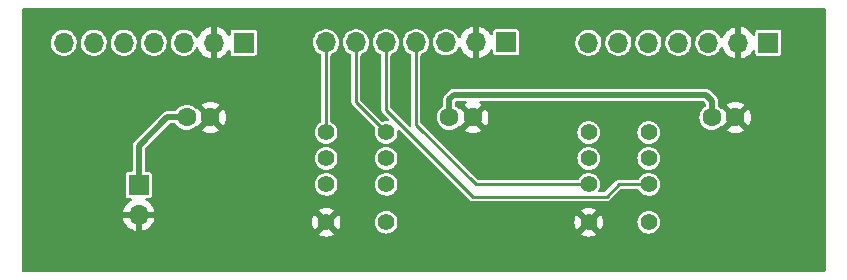
<source format=gbr>
%TF.GenerationSoftware,KiCad,Pcbnew,(6.0.0)*%
%TF.CreationDate,2022-01-08T11:13:19+00:00*%
%TF.ProjectId,Hub,4875622e-6b69-4636-9164-5f7063625858,rev?*%
%TF.SameCoordinates,Original*%
%TF.FileFunction,Copper,L2,Bot*%
%TF.FilePolarity,Positive*%
%FSLAX46Y46*%
G04 Gerber Fmt 4.6, Leading zero omitted, Abs format (unit mm)*
G04 Created by KiCad (PCBNEW (6.0.0)) date 2022-01-08 11:13:19*
%MOMM*%
%LPD*%
G01*
G04 APERTURE LIST*
%TA.AperFunction,ComponentPad*%
%ADD10R,1.700000X1.700000*%
%TD*%
%TA.AperFunction,ComponentPad*%
%ADD11O,1.700000X1.700000*%
%TD*%
%TA.AperFunction,ComponentPad*%
%ADD12C,1.600000*%
%TD*%
%TA.AperFunction,ComponentPad*%
%ADD13C,1.400000*%
%TD*%
%TA.AperFunction,Conductor*%
%ADD14C,0.500000*%
%TD*%
%TA.AperFunction,Conductor*%
%ADD15C,0.250000*%
%TD*%
G04 APERTURE END LIST*
D10*
%TO.P,J4,1,Pin_1*%
%TO.N,VCC*%
X101600000Y-93980000D03*
D11*
%TO.P,J4,2,Pin_2*%
%TO.N,GND*%
X101600000Y-96520000D03*
%TD*%
D10*
%TO.P,J3,1,Pin_1*%
%TO.N,Net-(J3-Pad1)*%
X154920000Y-81940000D03*
D11*
%TO.P,J3,2,Pin_2*%
%TO.N,GND*%
X152380000Y-81940000D03*
%TO.P,J3,3,Pin_3*%
%TO.N,VCC*%
X149840000Y-81940000D03*
%TO.P,J3,4,Pin_4*%
%TO.N,Net-(J3-Pad4)*%
X147300000Y-81940000D03*
%TO.P,J3,5,Pin_5*%
%TO.N,Net-(J3-Pad5)*%
X144760000Y-81940000D03*
%TO.P,J3,6,Pin_6*%
%TO.N,Net-(J3-Pad6)*%
X142220000Y-81940000D03*
%TO.P,J3,7,Pin_7*%
%TO.N,Net-(J3-Pad7)*%
X139680000Y-81940000D03*
%TD*%
D10*
%TO.P,J2,1,Pin_1*%
%TO.N,Net-(J2-Pad1)*%
X132695000Y-81915000D03*
D11*
%TO.P,J2,2,Pin_2*%
%TO.N,GND*%
X130155000Y-81915000D03*
%TO.P,J2,3,Pin_3*%
%TO.N,VCC*%
X127615000Y-81915000D03*
%TO.P,J2,4,Pin_4*%
%TO.N,Net-(J2-Pad4)*%
X125075000Y-81915000D03*
%TO.P,J2,5,Pin_5*%
%TO.N,Net-(J2-Pad5)*%
X122535000Y-81915000D03*
%TO.P,J2,6,Pin_6*%
%TO.N,Net-(J2-Pad6)*%
X119995000Y-81915000D03*
%TO.P,J2,7,Pin_7*%
%TO.N,Net-(J2-Pad7)*%
X117455000Y-81915000D03*
%TD*%
D10*
%TO.P,J1,1,Pin_1*%
%TO.N,unconnected-(J1-Pad1)*%
X110490000Y-81940000D03*
D11*
%TO.P,J1,2,Pin_2*%
%TO.N,GND*%
X107950000Y-81940000D03*
%TO.P,J1,3,Pin_3*%
%TO.N,VCC*%
X105410000Y-81940000D03*
%TO.P,J1,4,Pin_4*%
%TO.N,Net-(J1-Pad4)*%
X102870000Y-81940000D03*
%TO.P,J1,5,Pin_5*%
%TO.N,Net-(J1-Pad5)*%
X100330000Y-81940000D03*
%TO.P,J1,6,Pin_6*%
%TO.N,Net-(J1-Pad6)*%
X97790000Y-81940000D03*
%TO.P,J1,7,Pin_7*%
%TO.N,Net-(J1-Pad7)*%
X95250000Y-81940000D03*
%TD*%
D12*
%TO.P,C2,1*%
%TO.N,VCC*%
X127905000Y-88265000D03*
%TO.P,C2,2*%
%TO.N,GND*%
X129905000Y-88265000D03*
%TD*%
D13*
%TO.P,K1,1*%
%TO.N,Net-(J2-Pad1)*%
X122555000Y-97145000D03*
%TO.P,K1,2*%
%TO.N,Net-(J1-Pad5)*%
X122555000Y-93945000D03*
%TO.P,K1,3*%
%TO.N,Net-(K1-Pad3)*%
X122555000Y-91745000D03*
%TO.P,K1,4*%
%TO.N,Net-(J2-Pad6)*%
X122555000Y-89545000D03*
%TO.P,K1,5*%
%TO.N,Net-(J2-Pad7)*%
X117475000Y-89545000D03*
%TO.P,K1,6*%
%TO.N,Net-(K1-Pad6)*%
X117475000Y-91745000D03*
%TO.P,K1,7*%
%TO.N,Net-(J1-Pad4)*%
X117475000Y-93945000D03*
%TO.P,K1,8*%
%TO.N,GND*%
X117475000Y-97145000D03*
%TD*%
%TO.P,K2,1*%
%TO.N,Net-(J3-Pad1)*%
X144780000Y-97145000D03*
%TO.P,K2,2*%
%TO.N,Net-(J2-Pad5)*%
X144780000Y-93945000D03*
%TO.P,K2,3*%
%TO.N,Net-(K2-Pad3)*%
X144780000Y-91745000D03*
%TO.P,K2,4*%
%TO.N,Net-(J3-Pad6)*%
X144780000Y-89545000D03*
%TO.P,K2,5*%
%TO.N,Net-(J3-Pad7)*%
X139700000Y-89545000D03*
%TO.P,K2,6*%
%TO.N,Net-(K2-Pad6)*%
X139700000Y-91745000D03*
%TO.P,K2,7*%
%TO.N,Net-(J2-Pad4)*%
X139700000Y-93945000D03*
%TO.P,K2,8*%
%TO.N,GND*%
X139700000Y-97145000D03*
%TD*%
D12*
%TO.P,C1,1*%
%TO.N,VCC*%
X105680000Y-88265000D03*
%TO.P,C1,2*%
%TO.N,GND*%
X107680000Y-88265000D03*
%TD*%
%TO.P,C3,1*%
%TO.N,VCC*%
X150130000Y-88265000D03*
%TO.P,C3,2*%
%TO.N,GND*%
X152130000Y-88265000D03*
%TD*%
D14*
%TO.N,VCC*%
X150130000Y-86884000D02*
X150130000Y-88265000D01*
X128270000Y-86360000D02*
X149606000Y-86360000D01*
X149606000Y-86360000D02*
X150130000Y-86884000D01*
X127905000Y-86725000D02*
X128270000Y-86360000D01*
X127905000Y-88265000D02*
X127905000Y-86725000D01*
X104013000Y-88265000D02*
X105680000Y-88265000D01*
X101600000Y-93980000D02*
X101600000Y-90678000D01*
X101600000Y-90678000D02*
X104013000Y-88265000D01*
D15*
%TO.N,Net-(J2-Pad4)*%
X130140000Y-93945000D02*
X139700000Y-93945000D01*
X125075000Y-88880000D02*
X130140000Y-93945000D01*
X125075000Y-81915000D02*
X125075000Y-88880000D01*
%TO.N,Net-(J2-Pad5)*%
X129894511Y-94969511D02*
X122535000Y-87610000D01*
X141215489Y-94969511D02*
X129894511Y-94969511D01*
X142240000Y-93945000D02*
X144780000Y-93945000D01*
X142240000Y-93945000D02*
X141215489Y-94969511D01*
X122535000Y-87610000D02*
X122535000Y-81915000D01*
%TO.N,Net-(J2-Pad6)*%
X119995000Y-81915000D02*
X119995000Y-86985000D01*
X119995000Y-86985000D02*
X122555000Y-89545000D01*
%TO.N,Net-(J2-Pad7)*%
X117455000Y-81915000D02*
X117455000Y-89525000D01*
X117455000Y-89525000D02*
X117475000Y-89545000D01*
%TD*%
%TA.AperFunction,Conductor*%
%TO.N,GND*%
G36*
X159708121Y-79014002D02*
G01*
X159754614Y-79067658D01*
X159766000Y-79120000D01*
X159766000Y-101220000D01*
X159745998Y-101288121D01*
X159692342Y-101334614D01*
X159640000Y-101346000D01*
X91820000Y-101346000D01*
X91751879Y-101325998D01*
X91705386Y-101272342D01*
X91694000Y-101220000D01*
X91694000Y-98159261D01*
X116825294Y-98159261D01*
X116834590Y-98171276D01*
X116864189Y-98192001D01*
X116873677Y-98197479D01*
X117055277Y-98282159D01*
X117065571Y-98285907D01*
X117259122Y-98337769D01*
X117269909Y-98339671D01*
X117469525Y-98357135D01*
X117480475Y-98357135D01*
X117680091Y-98339671D01*
X117690878Y-98337769D01*
X117884429Y-98285907D01*
X117894723Y-98282159D01*
X118076323Y-98197479D01*
X118085811Y-98192001D01*
X118116248Y-98170689D01*
X118124623Y-98160212D01*
X118124123Y-98159261D01*
X139050294Y-98159261D01*
X139059590Y-98171276D01*
X139089189Y-98192001D01*
X139098677Y-98197479D01*
X139280277Y-98282159D01*
X139290571Y-98285907D01*
X139484122Y-98337769D01*
X139494909Y-98339671D01*
X139694525Y-98357135D01*
X139705475Y-98357135D01*
X139905091Y-98339671D01*
X139915878Y-98337769D01*
X140109429Y-98285907D01*
X140119723Y-98282159D01*
X140301323Y-98197479D01*
X140310811Y-98192001D01*
X140341248Y-98170689D01*
X140349623Y-98160212D01*
X140342554Y-98146764D01*
X139712812Y-97517022D01*
X139698868Y-97509408D01*
X139697035Y-97509539D01*
X139690420Y-97513790D01*
X139056724Y-98147486D01*
X139050294Y-98159261D01*
X118124123Y-98159261D01*
X118117554Y-98146764D01*
X117487812Y-97517022D01*
X117473868Y-97509408D01*
X117472035Y-97509539D01*
X117465420Y-97513790D01*
X116831724Y-98147486D01*
X116825294Y-98159261D01*
X91694000Y-98159261D01*
X91694000Y-96787966D01*
X100268257Y-96787966D01*
X100298565Y-96922446D01*
X100301645Y-96932275D01*
X100381770Y-97129603D01*
X100386413Y-97138794D01*
X100497694Y-97320388D01*
X100503777Y-97328699D01*
X100643213Y-97489667D01*
X100650580Y-97496883D01*
X100814434Y-97632916D01*
X100822881Y-97638831D01*
X101006756Y-97746279D01*
X101016042Y-97750729D01*
X101215001Y-97826703D01*
X101224899Y-97829579D01*
X101328250Y-97850606D01*
X101342299Y-97849410D01*
X101346000Y-97839065D01*
X101346000Y-97838517D01*
X101854000Y-97838517D01*
X101858064Y-97852359D01*
X101871478Y-97854393D01*
X101878184Y-97853534D01*
X101888262Y-97851392D01*
X102092255Y-97790191D01*
X102101842Y-97786433D01*
X102293095Y-97692739D01*
X102301945Y-97687464D01*
X102475328Y-97563792D01*
X102483200Y-97557139D01*
X102634052Y-97406812D01*
X102640730Y-97398965D01*
X102765003Y-97226020D01*
X102770313Y-97217183D01*
X102803282Y-97150475D01*
X116262865Y-97150475D01*
X116280329Y-97350091D01*
X116282231Y-97360878D01*
X116334093Y-97554429D01*
X116337841Y-97564723D01*
X116422521Y-97746323D01*
X116427999Y-97755811D01*
X116449311Y-97786248D01*
X116459788Y-97794623D01*
X116473236Y-97787554D01*
X117102978Y-97157812D01*
X117109356Y-97146132D01*
X117839408Y-97146132D01*
X117839539Y-97147965D01*
X117843790Y-97154580D01*
X118477486Y-97788276D01*
X118489261Y-97794706D01*
X118501276Y-97785410D01*
X118522001Y-97755811D01*
X118527479Y-97746323D01*
X118612159Y-97564723D01*
X118615907Y-97554429D01*
X118667769Y-97360878D01*
X118669671Y-97350091D01*
X118687135Y-97150475D01*
X118687135Y-97139525D01*
X118686442Y-97131609D01*
X121595975Y-97131609D01*
X121611639Y-97318139D01*
X121613338Y-97324064D01*
X121634816Y-97398965D01*
X121663235Y-97498075D01*
X121666050Y-97503552D01*
X121666051Y-97503555D01*
X121697487Y-97564723D01*
X121748797Y-97664562D01*
X121752620Y-97669386D01*
X121752623Y-97669390D01*
X121775194Y-97697867D01*
X121865068Y-97811259D01*
X121869762Y-97815254D01*
X121883215Y-97826703D01*
X122007618Y-97932579D01*
X122012996Y-97935585D01*
X122012998Y-97935586D01*
X122047396Y-97954810D01*
X122171018Y-98023900D01*
X122349043Y-98081744D01*
X122534914Y-98103908D01*
X122541049Y-98103436D01*
X122541051Y-98103436D01*
X122715408Y-98090020D01*
X122715413Y-98090019D01*
X122721549Y-98089547D01*
X122727479Y-98087891D01*
X122727481Y-98087891D01*
X122895913Y-98040864D01*
X122895912Y-98040864D01*
X122901841Y-98039209D01*
X122932148Y-98023900D01*
X122980774Y-97999337D01*
X123068921Y-97954810D01*
X123097376Y-97932579D01*
X123211571Y-97843360D01*
X123211572Y-97843360D01*
X123216427Y-97839566D01*
X123338738Y-97697867D01*
X123431198Y-97535108D01*
X123490283Y-97357491D01*
X123513744Y-97171780D01*
X123514042Y-97150475D01*
X138487865Y-97150475D01*
X138505329Y-97350091D01*
X138507231Y-97360878D01*
X138559093Y-97554429D01*
X138562841Y-97564723D01*
X138647521Y-97746323D01*
X138652999Y-97755811D01*
X138674311Y-97786248D01*
X138684788Y-97794623D01*
X138698236Y-97787554D01*
X139327978Y-97157812D01*
X139334356Y-97146132D01*
X140064408Y-97146132D01*
X140064539Y-97147965D01*
X140068790Y-97154580D01*
X140702486Y-97788276D01*
X140714261Y-97794706D01*
X140726276Y-97785410D01*
X140747001Y-97755811D01*
X140752479Y-97746323D01*
X140837159Y-97564723D01*
X140840907Y-97554429D01*
X140892769Y-97360878D01*
X140894671Y-97350091D01*
X140912135Y-97150475D01*
X140912135Y-97139525D01*
X140911442Y-97131609D01*
X143820975Y-97131609D01*
X143836639Y-97318139D01*
X143838338Y-97324064D01*
X143859816Y-97398965D01*
X143888235Y-97498075D01*
X143891050Y-97503552D01*
X143891051Y-97503555D01*
X143922487Y-97564723D01*
X143973797Y-97664562D01*
X143977620Y-97669386D01*
X143977623Y-97669390D01*
X144000194Y-97697867D01*
X144090068Y-97811259D01*
X144094762Y-97815254D01*
X144108215Y-97826703D01*
X144232618Y-97932579D01*
X144237996Y-97935585D01*
X144237998Y-97935586D01*
X144272396Y-97954810D01*
X144396018Y-98023900D01*
X144574043Y-98081744D01*
X144759914Y-98103908D01*
X144766049Y-98103436D01*
X144766051Y-98103436D01*
X144940408Y-98090020D01*
X144940413Y-98090019D01*
X144946549Y-98089547D01*
X144952479Y-98087891D01*
X144952481Y-98087891D01*
X145120913Y-98040864D01*
X145120912Y-98040864D01*
X145126841Y-98039209D01*
X145157148Y-98023900D01*
X145205774Y-97999337D01*
X145293921Y-97954810D01*
X145322376Y-97932579D01*
X145436571Y-97843360D01*
X145436572Y-97843360D01*
X145441427Y-97839566D01*
X145563738Y-97697867D01*
X145656198Y-97535108D01*
X145715283Y-97357491D01*
X145738744Y-97171780D01*
X145739118Y-97145000D01*
X145720852Y-96958706D01*
X145666749Y-96779509D01*
X145663305Y-96773032D01*
X145581764Y-96619674D01*
X145581762Y-96619671D01*
X145578870Y-96614232D01*
X145574980Y-96609462D01*
X145574977Y-96609458D01*
X145464457Y-96473948D01*
X145464454Y-96473945D01*
X145460562Y-96469173D01*
X145316332Y-96349855D01*
X145151673Y-96260824D01*
X145062265Y-96233148D01*
X144978744Y-96207294D01*
X144978741Y-96207293D01*
X144972857Y-96205472D01*
X144966732Y-96204828D01*
X144966731Y-96204828D01*
X144792824Y-96186549D01*
X144792823Y-96186549D01*
X144786696Y-96185905D01*
X144710143Y-96192872D01*
X144606418Y-96202312D01*
X144606415Y-96202313D01*
X144600279Y-96202871D01*
X144594373Y-96204609D01*
X144594369Y-96204610D01*
X144459075Y-96244429D01*
X144420708Y-96255721D01*
X144254822Y-96342444D01*
X144250022Y-96346304D01*
X144250021Y-96346304D01*
X144240718Y-96353784D01*
X144108940Y-96459736D01*
X143988619Y-96603130D01*
X143985655Y-96608522D01*
X143985652Y-96608526D01*
X143921468Y-96725277D01*
X143898441Y-96767163D01*
X143896580Y-96773030D01*
X143896579Y-96773032D01*
X143894181Y-96780592D01*
X143841841Y-96945588D01*
X143820975Y-97131609D01*
X140911442Y-97131609D01*
X140894671Y-96939909D01*
X140892769Y-96929122D01*
X140840907Y-96735571D01*
X140837159Y-96725277D01*
X140752479Y-96543677D01*
X140747001Y-96534189D01*
X140725689Y-96503752D01*
X140715212Y-96495377D01*
X140701764Y-96502446D01*
X140072022Y-97132188D01*
X140064408Y-97146132D01*
X139334356Y-97146132D01*
X139335592Y-97143868D01*
X139335461Y-97142035D01*
X139331210Y-97135420D01*
X138697514Y-96501724D01*
X138685739Y-96495294D01*
X138673724Y-96504590D01*
X138652999Y-96534189D01*
X138647521Y-96543677D01*
X138562841Y-96725277D01*
X138559093Y-96735571D01*
X138507231Y-96929122D01*
X138505329Y-96939909D01*
X138487865Y-97139525D01*
X138487865Y-97150475D01*
X123514042Y-97150475D01*
X123514118Y-97145000D01*
X123495852Y-96958706D01*
X123441749Y-96779509D01*
X123438305Y-96773032D01*
X123356764Y-96619674D01*
X123356762Y-96619671D01*
X123353870Y-96614232D01*
X123349980Y-96609462D01*
X123349977Y-96609458D01*
X123239457Y-96473948D01*
X123239454Y-96473945D01*
X123235562Y-96469173D01*
X123091332Y-96349855D01*
X122926673Y-96260824D01*
X122837265Y-96233148D01*
X122753744Y-96207294D01*
X122753741Y-96207293D01*
X122747857Y-96205472D01*
X122741732Y-96204828D01*
X122741731Y-96204828D01*
X122567824Y-96186549D01*
X122567823Y-96186549D01*
X122561696Y-96185905D01*
X122485143Y-96192872D01*
X122381418Y-96202312D01*
X122381415Y-96202313D01*
X122375279Y-96202871D01*
X122369373Y-96204609D01*
X122369369Y-96204610D01*
X122234075Y-96244429D01*
X122195708Y-96255721D01*
X122029822Y-96342444D01*
X122025022Y-96346304D01*
X122025021Y-96346304D01*
X122015718Y-96353784D01*
X121883940Y-96459736D01*
X121763619Y-96603130D01*
X121760655Y-96608522D01*
X121760652Y-96608526D01*
X121696468Y-96725277D01*
X121673441Y-96767163D01*
X121671580Y-96773030D01*
X121671579Y-96773032D01*
X121669181Y-96780592D01*
X121616841Y-96945588D01*
X121595975Y-97131609D01*
X118686442Y-97131609D01*
X118669671Y-96939909D01*
X118667769Y-96929122D01*
X118615907Y-96735571D01*
X118612159Y-96725277D01*
X118527479Y-96543677D01*
X118522001Y-96534189D01*
X118500689Y-96503752D01*
X118490212Y-96495377D01*
X118476764Y-96502446D01*
X117847022Y-97132188D01*
X117839408Y-97146132D01*
X117109356Y-97146132D01*
X117110592Y-97143868D01*
X117110461Y-97142035D01*
X117106210Y-97135420D01*
X116472514Y-96501724D01*
X116460739Y-96495294D01*
X116448724Y-96504590D01*
X116427999Y-96534189D01*
X116422521Y-96543677D01*
X116337841Y-96725277D01*
X116334093Y-96735571D01*
X116282231Y-96929122D01*
X116280329Y-96939909D01*
X116262865Y-97139525D01*
X116262865Y-97150475D01*
X102803282Y-97150475D01*
X102864670Y-97026267D01*
X102868469Y-97016672D01*
X102930377Y-96812910D01*
X102932555Y-96802837D01*
X102933986Y-96791962D01*
X102931775Y-96777778D01*
X102918617Y-96774000D01*
X101872115Y-96774000D01*
X101856876Y-96778475D01*
X101855671Y-96779865D01*
X101854000Y-96787548D01*
X101854000Y-97838517D01*
X101346000Y-97838517D01*
X101346000Y-96792115D01*
X101341525Y-96776876D01*
X101340135Y-96775671D01*
X101332452Y-96774000D01*
X100283225Y-96774000D01*
X100269694Y-96777973D01*
X100268257Y-96787966D01*
X91694000Y-96787966D01*
X91694000Y-96254183D01*
X100264389Y-96254183D01*
X100265912Y-96262607D01*
X100278292Y-96266000D01*
X102918344Y-96266000D01*
X102931875Y-96262027D01*
X102933180Y-96252947D01*
X102902244Y-96129788D01*
X116825377Y-96129788D01*
X116832446Y-96143236D01*
X117462188Y-96772978D01*
X117476132Y-96780592D01*
X117477965Y-96780461D01*
X117484580Y-96776210D01*
X118118276Y-96142514D01*
X118124706Y-96130739D01*
X118123970Y-96129788D01*
X139050377Y-96129788D01*
X139057446Y-96143236D01*
X139687188Y-96772978D01*
X139701132Y-96780592D01*
X139702965Y-96780461D01*
X139709580Y-96776210D01*
X140343276Y-96142514D01*
X140349706Y-96130739D01*
X140340410Y-96118724D01*
X140310811Y-96097999D01*
X140301323Y-96092521D01*
X140119723Y-96007841D01*
X140109429Y-96004093D01*
X139915878Y-95952231D01*
X139905091Y-95950329D01*
X139705475Y-95932865D01*
X139694525Y-95932865D01*
X139494909Y-95950329D01*
X139484122Y-95952231D01*
X139290571Y-96004093D01*
X139280277Y-96007841D01*
X139098677Y-96092521D01*
X139089189Y-96097999D01*
X139058752Y-96119311D01*
X139050377Y-96129788D01*
X118123970Y-96129788D01*
X118115410Y-96118724D01*
X118085811Y-96097999D01*
X118076323Y-96092521D01*
X117894723Y-96007841D01*
X117884429Y-96004093D01*
X117690878Y-95952231D01*
X117680091Y-95950329D01*
X117480475Y-95932865D01*
X117469525Y-95932865D01*
X117269909Y-95950329D01*
X117259122Y-95952231D01*
X117065571Y-96004093D01*
X117055277Y-96007841D01*
X116873677Y-96092521D01*
X116864189Y-96097999D01*
X116833752Y-96119311D01*
X116825377Y-96129788D01*
X102902244Y-96129788D01*
X102891214Y-96085875D01*
X102887894Y-96076124D01*
X102802972Y-95880814D01*
X102798105Y-95871739D01*
X102682426Y-95692926D01*
X102676136Y-95684757D01*
X102532806Y-95527240D01*
X102525273Y-95520215D01*
X102358139Y-95388222D01*
X102349552Y-95382517D01*
X102237765Y-95320807D01*
X102187795Y-95270375D01*
X102173023Y-95200932D01*
X102198139Y-95134527D01*
X102255170Y-95092242D01*
X102298658Y-95084499D01*
X102475066Y-95084499D01*
X102510818Y-95077388D01*
X102537126Y-95072156D01*
X102537128Y-95072155D01*
X102549301Y-95069734D01*
X102559621Y-95062839D01*
X102559622Y-95062838D01*
X102623168Y-95020377D01*
X102633484Y-95013484D01*
X102689734Y-94929301D01*
X102704500Y-94855067D01*
X102704499Y-93931609D01*
X116515975Y-93931609D01*
X116531639Y-94118139D01*
X116533338Y-94124064D01*
X116579540Y-94285188D01*
X116583235Y-94298075D01*
X116586050Y-94303552D01*
X116586051Y-94303555D01*
X116639714Y-94407973D01*
X116668797Y-94464562D01*
X116672620Y-94469386D01*
X116672623Y-94469390D01*
X116765945Y-94587132D01*
X116785068Y-94611259D01*
X116927618Y-94732579D01*
X116932996Y-94735585D01*
X116932998Y-94735586D01*
X116967396Y-94754810D01*
X117091018Y-94823900D01*
X117269043Y-94881744D01*
X117454914Y-94903908D01*
X117461049Y-94903436D01*
X117461051Y-94903436D01*
X117635408Y-94890020D01*
X117635413Y-94890019D01*
X117641549Y-94889547D01*
X117647479Y-94887891D01*
X117647481Y-94887891D01*
X117815913Y-94840864D01*
X117815912Y-94840864D01*
X117821841Y-94839209D01*
X117852148Y-94823900D01*
X117900774Y-94799337D01*
X117988921Y-94754810D01*
X118017376Y-94732579D01*
X118131571Y-94643360D01*
X118131572Y-94643360D01*
X118136427Y-94639566D01*
X118224844Y-94537134D01*
X118254709Y-94502535D01*
X118254710Y-94502533D01*
X118258738Y-94497867D01*
X118351198Y-94335108D01*
X118410283Y-94157491D01*
X118433744Y-93971780D01*
X118434118Y-93945000D01*
X118432805Y-93931609D01*
X121595975Y-93931609D01*
X121611639Y-94118139D01*
X121613338Y-94124064D01*
X121659540Y-94285188D01*
X121663235Y-94298075D01*
X121666050Y-94303552D01*
X121666051Y-94303555D01*
X121719714Y-94407973D01*
X121748797Y-94464562D01*
X121752620Y-94469386D01*
X121752623Y-94469390D01*
X121845945Y-94587132D01*
X121865068Y-94611259D01*
X122007618Y-94732579D01*
X122012996Y-94735585D01*
X122012998Y-94735586D01*
X122047396Y-94754810D01*
X122171018Y-94823900D01*
X122349043Y-94881744D01*
X122534914Y-94903908D01*
X122541049Y-94903436D01*
X122541051Y-94903436D01*
X122715408Y-94890020D01*
X122715413Y-94890019D01*
X122721549Y-94889547D01*
X122727479Y-94887891D01*
X122727481Y-94887891D01*
X122895913Y-94840864D01*
X122895912Y-94840864D01*
X122901841Y-94839209D01*
X122932148Y-94823900D01*
X122980774Y-94799337D01*
X123068921Y-94754810D01*
X123097376Y-94732579D01*
X123211571Y-94643360D01*
X123211572Y-94643360D01*
X123216427Y-94639566D01*
X123304844Y-94537134D01*
X123334709Y-94502535D01*
X123334710Y-94502533D01*
X123338738Y-94497867D01*
X123431198Y-94335108D01*
X123490283Y-94157491D01*
X123513744Y-93971780D01*
X123514118Y-93945000D01*
X123495852Y-93758706D01*
X123441749Y-93579509D01*
X123432316Y-93561768D01*
X123356764Y-93419674D01*
X123356762Y-93419671D01*
X123353870Y-93414232D01*
X123349980Y-93409462D01*
X123349977Y-93409458D01*
X123239457Y-93273948D01*
X123239454Y-93273945D01*
X123235562Y-93269173D01*
X123091332Y-93149855D01*
X122926673Y-93060824D01*
X122837265Y-93033148D01*
X122753744Y-93007294D01*
X122753741Y-93007293D01*
X122747857Y-93005472D01*
X122741732Y-93004828D01*
X122741731Y-93004828D01*
X122567824Y-92986549D01*
X122567823Y-92986549D01*
X122561696Y-92985905D01*
X122485143Y-92992872D01*
X122381418Y-93002312D01*
X122381415Y-93002313D01*
X122375279Y-93002871D01*
X122369373Y-93004609D01*
X122369369Y-93004610D01*
X122280726Y-93030699D01*
X122195708Y-93055721D01*
X122029822Y-93142444D01*
X122025022Y-93146304D01*
X122025021Y-93146304D01*
X122015718Y-93153784D01*
X121883940Y-93259736D01*
X121763619Y-93403130D01*
X121760655Y-93408522D01*
X121760652Y-93408526D01*
X121710254Y-93500201D01*
X121673441Y-93567163D01*
X121671580Y-93573030D01*
X121671579Y-93573032D01*
X121647596Y-93648635D01*
X121616841Y-93745588D01*
X121595975Y-93931609D01*
X118432805Y-93931609D01*
X118415852Y-93758706D01*
X118361749Y-93579509D01*
X118352316Y-93561768D01*
X118276764Y-93419674D01*
X118276762Y-93419671D01*
X118273870Y-93414232D01*
X118269980Y-93409462D01*
X118269977Y-93409458D01*
X118159457Y-93273948D01*
X118159454Y-93273945D01*
X118155562Y-93269173D01*
X118011332Y-93149855D01*
X117846673Y-93060824D01*
X117757265Y-93033148D01*
X117673744Y-93007294D01*
X117673741Y-93007293D01*
X117667857Y-93005472D01*
X117661732Y-93004828D01*
X117661731Y-93004828D01*
X117487824Y-92986549D01*
X117487823Y-92986549D01*
X117481696Y-92985905D01*
X117405143Y-92992872D01*
X117301418Y-93002312D01*
X117301415Y-93002313D01*
X117295279Y-93002871D01*
X117289373Y-93004609D01*
X117289369Y-93004610D01*
X117200726Y-93030699D01*
X117115708Y-93055721D01*
X116949822Y-93142444D01*
X116945022Y-93146304D01*
X116945021Y-93146304D01*
X116935718Y-93153784D01*
X116803940Y-93259736D01*
X116683619Y-93403130D01*
X116680655Y-93408522D01*
X116680652Y-93408526D01*
X116630254Y-93500201D01*
X116593441Y-93567163D01*
X116591580Y-93573030D01*
X116591579Y-93573032D01*
X116567596Y-93648635D01*
X116536841Y-93745588D01*
X116515975Y-93931609D01*
X102704499Y-93931609D01*
X102704499Y-93104934D01*
X102697388Y-93069182D01*
X102692156Y-93042874D01*
X102692155Y-93042872D01*
X102689734Y-93030699D01*
X102672448Y-93004828D01*
X102640377Y-92956832D01*
X102633484Y-92946516D01*
X102549301Y-92890266D01*
X102475067Y-92875500D01*
X102230500Y-92875500D01*
X102162379Y-92855498D01*
X102115886Y-92801842D01*
X102104500Y-92749500D01*
X102104500Y-91731609D01*
X116515975Y-91731609D01*
X116531639Y-91918139D01*
X116583235Y-92098075D01*
X116668797Y-92264562D01*
X116672620Y-92269386D01*
X116672623Y-92269390D01*
X116695194Y-92297867D01*
X116785068Y-92411259D01*
X116927618Y-92532579D01*
X116932996Y-92535585D01*
X116932998Y-92535586D01*
X116967396Y-92554810D01*
X117091018Y-92623900D01*
X117269043Y-92681744D01*
X117454914Y-92703908D01*
X117461049Y-92703436D01*
X117461051Y-92703436D01*
X117635408Y-92690020D01*
X117635413Y-92690019D01*
X117641549Y-92689547D01*
X117647479Y-92687891D01*
X117647481Y-92687891D01*
X117815913Y-92640864D01*
X117815912Y-92640864D01*
X117821841Y-92639209D01*
X117852148Y-92623900D01*
X117900774Y-92599337D01*
X117988921Y-92554810D01*
X118017376Y-92532579D01*
X118131571Y-92443360D01*
X118131572Y-92443360D01*
X118136427Y-92439566D01*
X118258738Y-92297867D01*
X118351198Y-92135108D01*
X118410283Y-91957491D01*
X118433744Y-91771780D01*
X118434118Y-91745000D01*
X118432805Y-91731609D01*
X121595975Y-91731609D01*
X121611639Y-91918139D01*
X121663235Y-92098075D01*
X121748797Y-92264562D01*
X121752620Y-92269386D01*
X121752623Y-92269390D01*
X121775194Y-92297867D01*
X121865068Y-92411259D01*
X122007618Y-92532579D01*
X122012996Y-92535585D01*
X122012998Y-92535586D01*
X122047396Y-92554810D01*
X122171018Y-92623900D01*
X122349043Y-92681744D01*
X122534914Y-92703908D01*
X122541049Y-92703436D01*
X122541051Y-92703436D01*
X122715408Y-92690020D01*
X122715413Y-92690019D01*
X122721549Y-92689547D01*
X122727479Y-92687891D01*
X122727481Y-92687891D01*
X122895913Y-92640864D01*
X122895912Y-92640864D01*
X122901841Y-92639209D01*
X122932148Y-92623900D01*
X122980774Y-92599337D01*
X123068921Y-92554810D01*
X123097376Y-92532579D01*
X123211571Y-92443360D01*
X123211572Y-92443360D01*
X123216427Y-92439566D01*
X123338738Y-92297867D01*
X123431198Y-92135108D01*
X123490283Y-91957491D01*
X123513744Y-91771780D01*
X123514118Y-91745000D01*
X123495852Y-91558706D01*
X123441749Y-91379509D01*
X123353870Y-91214232D01*
X123349980Y-91209462D01*
X123349977Y-91209458D01*
X123239457Y-91073948D01*
X123239454Y-91073945D01*
X123235562Y-91069173D01*
X123091332Y-90949855D01*
X122926673Y-90860824D01*
X122837265Y-90833148D01*
X122753744Y-90807294D01*
X122753741Y-90807293D01*
X122747857Y-90805472D01*
X122741732Y-90804828D01*
X122741731Y-90804828D01*
X122567824Y-90786549D01*
X122567823Y-90786549D01*
X122561696Y-90785905D01*
X122485143Y-90792872D01*
X122381418Y-90802312D01*
X122381415Y-90802313D01*
X122375279Y-90802871D01*
X122369373Y-90804609D01*
X122369369Y-90804610D01*
X122234075Y-90844429D01*
X122195708Y-90855721D01*
X122029822Y-90942444D01*
X122025022Y-90946304D01*
X122025021Y-90946304D01*
X122015718Y-90953784D01*
X121883940Y-91059736D01*
X121763619Y-91203130D01*
X121760655Y-91208522D01*
X121760652Y-91208526D01*
X121686455Y-91343491D01*
X121673441Y-91367163D01*
X121671580Y-91373030D01*
X121671579Y-91373032D01*
X121667653Y-91385409D01*
X121616841Y-91545588D01*
X121595975Y-91731609D01*
X118432805Y-91731609D01*
X118415852Y-91558706D01*
X118361749Y-91379509D01*
X118273870Y-91214232D01*
X118269980Y-91209462D01*
X118269977Y-91209458D01*
X118159457Y-91073948D01*
X118159454Y-91073945D01*
X118155562Y-91069173D01*
X118011332Y-90949855D01*
X117846673Y-90860824D01*
X117757265Y-90833148D01*
X117673744Y-90807294D01*
X117673741Y-90807293D01*
X117667857Y-90805472D01*
X117661732Y-90804828D01*
X117661731Y-90804828D01*
X117487824Y-90786549D01*
X117487823Y-90786549D01*
X117481696Y-90785905D01*
X117405143Y-90792872D01*
X117301418Y-90802312D01*
X117301415Y-90802313D01*
X117295279Y-90802871D01*
X117289373Y-90804609D01*
X117289369Y-90804610D01*
X117154075Y-90844429D01*
X117115708Y-90855721D01*
X116949822Y-90942444D01*
X116945022Y-90946304D01*
X116945021Y-90946304D01*
X116935718Y-90953784D01*
X116803940Y-91059736D01*
X116683619Y-91203130D01*
X116680655Y-91208522D01*
X116680652Y-91208526D01*
X116606455Y-91343491D01*
X116593441Y-91367163D01*
X116591580Y-91373030D01*
X116591579Y-91373032D01*
X116587653Y-91385409D01*
X116536841Y-91545588D01*
X116515975Y-91731609D01*
X102104500Y-91731609D01*
X102104500Y-90939161D01*
X102124502Y-90871040D01*
X102141405Y-90850066D01*
X103640409Y-89351062D01*
X106958493Y-89351062D01*
X106967789Y-89363077D01*
X107018994Y-89398931D01*
X107028489Y-89404414D01*
X107225947Y-89496490D01*
X107236239Y-89500236D01*
X107446688Y-89556625D01*
X107457481Y-89558528D01*
X107674525Y-89577517D01*
X107685475Y-89577517D01*
X107902519Y-89558528D01*
X107913312Y-89556625D01*
X108123761Y-89500236D01*
X108134053Y-89496490D01*
X108331511Y-89404414D01*
X108341006Y-89398931D01*
X108393048Y-89362491D01*
X108401424Y-89352012D01*
X108394356Y-89338566D01*
X107692812Y-88637022D01*
X107678868Y-88629408D01*
X107677035Y-88629539D01*
X107670420Y-88633790D01*
X106964923Y-89339287D01*
X106958493Y-89351062D01*
X103640409Y-89351062D01*
X104185066Y-88806405D01*
X104247378Y-88772379D01*
X104274161Y-88769500D01*
X104676708Y-88769500D01*
X104744829Y-88789502D01*
X104781223Y-88829594D01*
X104783179Y-88828334D01*
X104786516Y-88833512D01*
X104789334Y-88838995D01*
X104917786Y-89001061D01*
X104922479Y-89005055D01*
X104922480Y-89005056D01*
X105052621Y-89115814D01*
X105075271Y-89135091D01*
X105255789Y-89235980D01*
X105452466Y-89299884D01*
X105657809Y-89324370D01*
X105663944Y-89323898D01*
X105663946Y-89323898D01*
X105857856Y-89308977D01*
X105857860Y-89308976D01*
X105863998Y-89308504D01*
X106063178Y-89252892D01*
X106068682Y-89250112D01*
X106068684Y-89250111D01*
X106242262Y-89162431D01*
X106242264Y-89162430D01*
X106247763Y-89159652D01*
X106410722Y-89032334D01*
X106429306Y-89010805D01*
X106488958Y-88972307D01*
X106559954Y-88972171D01*
X106589234Y-88987378D01*
X106590854Y-88987545D01*
X106606434Y-88979356D01*
X107307978Y-88277812D01*
X107314356Y-88266132D01*
X108044408Y-88266132D01*
X108044539Y-88267965D01*
X108048790Y-88274580D01*
X108754287Y-88980077D01*
X108766062Y-88986507D01*
X108778077Y-88977211D01*
X108813931Y-88926006D01*
X108819414Y-88916511D01*
X108911490Y-88719053D01*
X108915236Y-88708761D01*
X108971625Y-88498312D01*
X108973528Y-88487519D01*
X108992517Y-88270475D01*
X108992517Y-88259525D01*
X108973528Y-88042481D01*
X108971625Y-88031688D01*
X108915236Y-87821239D01*
X108911490Y-87810947D01*
X108819414Y-87613489D01*
X108813931Y-87603994D01*
X108777491Y-87551952D01*
X108767012Y-87543576D01*
X108753566Y-87550644D01*
X108052022Y-88252188D01*
X108044408Y-88266132D01*
X107314356Y-88266132D01*
X107315592Y-88263868D01*
X107315461Y-88262035D01*
X107311210Y-88255420D01*
X106605713Y-87549923D01*
X106591769Y-87542309D01*
X106586129Y-87542712D01*
X106537849Y-87561597D01*
X106468245Y-87547608D01*
X106437462Y-87524860D01*
X106435760Y-87523146D01*
X106431863Y-87518368D01*
X106321900Y-87427399D01*
X106277271Y-87390478D01*
X106277266Y-87390475D01*
X106272522Y-87386550D01*
X106267103Y-87383620D01*
X106267100Y-87383618D01*
X106096032Y-87291122D01*
X106096027Y-87291120D01*
X106090612Y-87288192D01*
X105893063Y-87227040D01*
X105886938Y-87226396D01*
X105886937Y-87226396D01*
X105693526Y-87206068D01*
X105693524Y-87206068D01*
X105687397Y-87205424D01*
X105587061Y-87214555D01*
X105487591Y-87223607D01*
X105487590Y-87223607D01*
X105481450Y-87224166D01*
X105283066Y-87282554D01*
X105277601Y-87285411D01*
X105105261Y-87375508D01*
X105105257Y-87375511D01*
X105099801Y-87378363D01*
X105095001Y-87382223D01*
X105095000Y-87382223D01*
X105093265Y-87383618D01*
X104938635Y-87507943D01*
X104805708Y-87666360D01*
X104802744Y-87671752D01*
X104802741Y-87671756D01*
X104789851Y-87695203D01*
X104739505Y-87745260D01*
X104679437Y-87760500D01*
X104083624Y-87760500D01*
X104071619Y-87759159D01*
X104071579Y-87759655D01*
X104062632Y-87758935D01*
X104053876Y-87756954D01*
X104010338Y-87759655D01*
X104000618Y-87760258D01*
X103992816Y-87760500D01*
X103976774Y-87760500D01*
X103972343Y-87761135D01*
X103972338Y-87761135D01*
X103968313Y-87761712D01*
X103966543Y-87761965D01*
X103956486Y-87762996D01*
X103934024Y-87764389D01*
X103918600Y-87765346D01*
X103918598Y-87765346D01*
X103909641Y-87765902D01*
X103901201Y-87768949D01*
X103897911Y-87769630D01*
X103882062Y-87773582D01*
X103878832Y-87774527D01*
X103869948Y-87775799D01*
X103827222Y-87795225D01*
X103817860Y-87799036D01*
X103782158Y-87811925D01*
X103782157Y-87811926D01*
X103773716Y-87814973D01*
X103766467Y-87820269D01*
X103763486Y-87821854D01*
X103749408Y-87830080D01*
X103746569Y-87831896D01*
X103738395Y-87835612D01*
X103731591Y-87841475D01*
X103702848Y-87866242D01*
X103694930Y-87872530D01*
X103684056Y-87880473D01*
X103673194Y-87891335D01*
X103666348Y-87897693D01*
X103628918Y-87929944D01*
X103624034Y-87937479D01*
X103618301Y-87944051D01*
X103609074Y-87955455D01*
X101293206Y-90271323D01*
X101283766Y-90278865D01*
X101284089Y-90279245D01*
X101277253Y-90285063D01*
X101269661Y-90289853D01*
X101263719Y-90296581D01*
X101234329Y-90329859D01*
X101228983Y-90335546D01*
X101217649Y-90346880D01*
X101214964Y-90350463D01*
X101214962Y-90350465D01*
X101211447Y-90355155D01*
X101205062Y-90362998D01*
X101173999Y-90398170D01*
X101170186Y-90406292D01*
X101168346Y-90409093D01*
X101159937Y-90423088D01*
X101158315Y-90426051D01*
X101152930Y-90433236D01*
X101149777Y-90441646D01*
X101149776Y-90441648D01*
X101136454Y-90477182D01*
X101132530Y-90486495D01*
X101112583Y-90528982D01*
X101111201Y-90537856D01*
X101110215Y-90541083D01*
X101106075Y-90556866D01*
X101105354Y-90560144D01*
X101102202Y-90568552D01*
X101101537Y-90577503D01*
X101098724Y-90615357D01*
X101097570Y-90625404D01*
X101095500Y-90638697D01*
X101095500Y-90654062D01*
X101095154Y-90663399D01*
X101091493Y-90712667D01*
X101093366Y-90721442D01*
X101093959Y-90730138D01*
X101095500Y-90744738D01*
X101095500Y-92749501D01*
X101075498Y-92817622D01*
X101021842Y-92864115D01*
X100969500Y-92875501D01*
X100724934Y-92875501D01*
X100689182Y-92882612D01*
X100662874Y-92887844D01*
X100662872Y-92887845D01*
X100650699Y-92890266D01*
X100640379Y-92897161D01*
X100640378Y-92897162D01*
X100579985Y-92937516D01*
X100566516Y-92946516D01*
X100510266Y-93030699D01*
X100495500Y-93104933D01*
X100495501Y-94855066D01*
X100500807Y-94881744D01*
X100505122Y-94903436D01*
X100510266Y-94929301D01*
X100566516Y-95013484D01*
X100650699Y-95069734D01*
X100724933Y-95084500D01*
X100901500Y-95084500D01*
X100969621Y-95104502D01*
X101016114Y-95158158D01*
X101026218Y-95228432D01*
X100996724Y-95293012D01*
X100959681Y-95322263D01*
X100878458Y-95364545D01*
X100869738Y-95370036D01*
X100699433Y-95497905D01*
X100691726Y-95504748D01*
X100544590Y-95658717D01*
X100538104Y-95666727D01*
X100418098Y-95842649D01*
X100413000Y-95851623D01*
X100323338Y-96044783D01*
X100319775Y-96054470D01*
X100264389Y-96254183D01*
X91694000Y-96254183D01*
X91694000Y-87177988D01*
X106958576Y-87177988D01*
X106965644Y-87191434D01*
X107667188Y-87892978D01*
X107681132Y-87900592D01*
X107682965Y-87900461D01*
X107689580Y-87896210D01*
X108395077Y-87190713D01*
X108401507Y-87178938D01*
X108392211Y-87166923D01*
X108341006Y-87131069D01*
X108331511Y-87125586D01*
X108134053Y-87033510D01*
X108123761Y-87029764D01*
X107913312Y-86973375D01*
X107902519Y-86971472D01*
X107685475Y-86952483D01*
X107674525Y-86952483D01*
X107457481Y-86971472D01*
X107446688Y-86973375D01*
X107236239Y-87029764D01*
X107225947Y-87033510D01*
X107028489Y-87125586D01*
X107018994Y-87131069D01*
X106966952Y-87167509D01*
X106958576Y-87177988D01*
X91694000Y-87177988D01*
X91694000Y-81910964D01*
X94141148Y-81910964D01*
X94154424Y-82113522D01*
X94155845Y-82119118D01*
X94155846Y-82119123D01*
X94176119Y-82198945D01*
X94204392Y-82310269D01*
X94206809Y-82315512D01*
X94244010Y-82396208D01*
X94289377Y-82494616D01*
X94292710Y-82499332D01*
X94391717Y-82639424D01*
X94406533Y-82660389D01*
X94551938Y-82802035D01*
X94720720Y-82914812D01*
X94726023Y-82917090D01*
X94726026Y-82917092D01*
X94899747Y-82991728D01*
X94907228Y-82994942D01*
X94980244Y-83011464D01*
X95099579Y-83038467D01*
X95099584Y-83038468D01*
X95105216Y-83039742D01*
X95110987Y-83039969D01*
X95110989Y-83039969D01*
X95170756Y-83042317D01*
X95308053Y-83047712D01*
X95415348Y-83032155D01*
X95503231Y-83019413D01*
X95503236Y-83019412D01*
X95508945Y-83018584D01*
X95514409Y-83016729D01*
X95514414Y-83016728D01*
X95695693Y-82955192D01*
X95695698Y-82955190D01*
X95701165Y-82953334D01*
X95709826Y-82948484D01*
X95779138Y-82909667D01*
X95878276Y-82854147D01*
X95904939Y-82831972D01*
X96005696Y-82748172D01*
X96034345Y-82724345D01*
X96104547Y-82639937D01*
X96160453Y-82572718D01*
X96160455Y-82572715D01*
X96164147Y-82568276D01*
X96263334Y-82391165D01*
X96265190Y-82385698D01*
X96265192Y-82385693D01*
X96326728Y-82204414D01*
X96326729Y-82204409D01*
X96328584Y-82198945D01*
X96329412Y-82193236D01*
X96329413Y-82193231D01*
X96357179Y-82001727D01*
X96357712Y-81998053D01*
X96359232Y-81940000D01*
X96356564Y-81910964D01*
X96681148Y-81910964D01*
X96694424Y-82113522D01*
X96695845Y-82119118D01*
X96695846Y-82119123D01*
X96716119Y-82198945D01*
X96744392Y-82310269D01*
X96746809Y-82315512D01*
X96784010Y-82396208D01*
X96829377Y-82494616D01*
X96832710Y-82499332D01*
X96931717Y-82639424D01*
X96946533Y-82660389D01*
X97091938Y-82802035D01*
X97260720Y-82914812D01*
X97266023Y-82917090D01*
X97266026Y-82917092D01*
X97439747Y-82991728D01*
X97447228Y-82994942D01*
X97520244Y-83011464D01*
X97639579Y-83038467D01*
X97639584Y-83038468D01*
X97645216Y-83039742D01*
X97650987Y-83039969D01*
X97650989Y-83039969D01*
X97710756Y-83042317D01*
X97848053Y-83047712D01*
X97955348Y-83032155D01*
X98043231Y-83019413D01*
X98043236Y-83019412D01*
X98048945Y-83018584D01*
X98054409Y-83016729D01*
X98054414Y-83016728D01*
X98235693Y-82955192D01*
X98235698Y-82955190D01*
X98241165Y-82953334D01*
X98249826Y-82948484D01*
X98319138Y-82909667D01*
X98418276Y-82854147D01*
X98444939Y-82831972D01*
X98545696Y-82748172D01*
X98574345Y-82724345D01*
X98644547Y-82639937D01*
X98700453Y-82572718D01*
X98700455Y-82572715D01*
X98704147Y-82568276D01*
X98803334Y-82391165D01*
X98805190Y-82385698D01*
X98805192Y-82385693D01*
X98866728Y-82204414D01*
X98866729Y-82204409D01*
X98868584Y-82198945D01*
X98869412Y-82193236D01*
X98869413Y-82193231D01*
X98897179Y-82001727D01*
X98897712Y-81998053D01*
X98899232Y-81940000D01*
X98896564Y-81910964D01*
X99221148Y-81910964D01*
X99234424Y-82113522D01*
X99235845Y-82119118D01*
X99235846Y-82119123D01*
X99256119Y-82198945D01*
X99284392Y-82310269D01*
X99286809Y-82315512D01*
X99324010Y-82396208D01*
X99369377Y-82494616D01*
X99372710Y-82499332D01*
X99471717Y-82639424D01*
X99486533Y-82660389D01*
X99631938Y-82802035D01*
X99800720Y-82914812D01*
X99806023Y-82917090D01*
X99806026Y-82917092D01*
X99979747Y-82991728D01*
X99987228Y-82994942D01*
X100060244Y-83011464D01*
X100179579Y-83038467D01*
X100179584Y-83038468D01*
X100185216Y-83039742D01*
X100190987Y-83039969D01*
X100190989Y-83039969D01*
X100250756Y-83042317D01*
X100388053Y-83047712D01*
X100495348Y-83032155D01*
X100583231Y-83019413D01*
X100583236Y-83019412D01*
X100588945Y-83018584D01*
X100594409Y-83016729D01*
X100594414Y-83016728D01*
X100775693Y-82955192D01*
X100775698Y-82955190D01*
X100781165Y-82953334D01*
X100789826Y-82948484D01*
X100859138Y-82909667D01*
X100958276Y-82854147D01*
X100984939Y-82831972D01*
X101085696Y-82748172D01*
X101114345Y-82724345D01*
X101184547Y-82639937D01*
X101240453Y-82572718D01*
X101240455Y-82572715D01*
X101244147Y-82568276D01*
X101343334Y-82391165D01*
X101345190Y-82385698D01*
X101345192Y-82385693D01*
X101406728Y-82204414D01*
X101406729Y-82204409D01*
X101408584Y-82198945D01*
X101409412Y-82193236D01*
X101409413Y-82193231D01*
X101437179Y-82001727D01*
X101437712Y-81998053D01*
X101439232Y-81940000D01*
X101436564Y-81910964D01*
X101761148Y-81910964D01*
X101774424Y-82113522D01*
X101775845Y-82119118D01*
X101775846Y-82119123D01*
X101796119Y-82198945D01*
X101824392Y-82310269D01*
X101826809Y-82315512D01*
X101864010Y-82396208D01*
X101909377Y-82494616D01*
X101912710Y-82499332D01*
X102011717Y-82639424D01*
X102026533Y-82660389D01*
X102171938Y-82802035D01*
X102340720Y-82914812D01*
X102346023Y-82917090D01*
X102346026Y-82917092D01*
X102519747Y-82991728D01*
X102527228Y-82994942D01*
X102600244Y-83011464D01*
X102719579Y-83038467D01*
X102719584Y-83038468D01*
X102725216Y-83039742D01*
X102730987Y-83039969D01*
X102730989Y-83039969D01*
X102790756Y-83042317D01*
X102928053Y-83047712D01*
X103035348Y-83032155D01*
X103123231Y-83019413D01*
X103123236Y-83019412D01*
X103128945Y-83018584D01*
X103134409Y-83016729D01*
X103134414Y-83016728D01*
X103315693Y-82955192D01*
X103315698Y-82955190D01*
X103321165Y-82953334D01*
X103329826Y-82948484D01*
X103399138Y-82909667D01*
X103498276Y-82854147D01*
X103524939Y-82831972D01*
X103625696Y-82748172D01*
X103654345Y-82724345D01*
X103724547Y-82639937D01*
X103780453Y-82572718D01*
X103780455Y-82572715D01*
X103784147Y-82568276D01*
X103883334Y-82391165D01*
X103885190Y-82385698D01*
X103885192Y-82385693D01*
X103946728Y-82204414D01*
X103946729Y-82204409D01*
X103948584Y-82198945D01*
X103949412Y-82193236D01*
X103949413Y-82193231D01*
X103977179Y-82001727D01*
X103977712Y-81998053D01*
X103979232Y-81940000D01*
X103976564Y-81910964D01*
X104301148Y-81910964D01*
X104314424Y-82113522D01*
X104315845Y-82119118D01*
X104315846Y-82119123D01*
X104336119Y-82198945D01*
X104364392Y-82310269D01*
X104366809Y-82315512D01*
X104404010Y-82396208D01*
X104449377Y-82494616D01*
X104452710Y-82499332D01*
X104551717Y-82639424D01*
X104566533Y-82660389D01*
X104711938Y-82802035D01*
X104880720Y-82914812D01*
X104886023Y-82917090D01*
X104886026Y-82917092D01*
X105059747Y-82991728D01*
X105067228Y-82994942D01*
X105140244Y-83011464D01*
X105259579Y-83038467D01*
X105259584Y-83038468D01*
X105265216Y-83039742D01*
X105270987Y-83039969D01*
X105270989Y-83039969D01*
X105330756Y-83042317D01*
X105468053Y-83047712D01*
X105575348Y-83032155D01*
X105663231Y-83019413D01*
X105663236Y-83019412D01*
X105668945Y-83018584D01*
X105674409Y-83016729D01*
X105674414Y-83016728D01*
X105855693Y-82955192D01*
X105855698Y-82955190D01*
X105861165Y-82953334D01*
X105869826Y-82948484D01*
X105939138Y-82909667D01*
X106038276Y-82854147D01*
X106064939Y-82831972D01*
X106165696Y-82748172D01*
X106194345Y-82724345D01*
X106264547Y-82639937D01*
X106320453Y-82572718D01*
X106320455Y-82572715D01*
X106324147Y-82568276D01*
X106423334Y-82391165D01*
X106425720Y-82384135D01*
X106426170Y-82383496D01*
X106427541Y-82380416D01*
X106428146Y-82380685D01*
X106466553Y-82326059D01*
X106532305Y-82299278D01*
X106602098Y-82312295D01*
X106653773Y-82360980D01*
X106661777Y-82377229D01*
X106731770Y-82549603D01*
X106736413Y-82558794D01*
X106847694Y-82740388D01*
X106853777Y-82748699D01*
X106993213Y-82909667D01*
X107000580Y-82916883D01*
X107164434Y-83052916D01*
X107172881Y-83058831D01*
X107356756Y-83166279D01*
X107366042Y-83170729D01*
X107565001Y-83246703D01*
X107574899Y-83249579D01*
X107678250Y-83270606D01*
X107692299Y-83269410D01*
X107696000Y-83259065D01*
X107696000Y-83258517D01*
X108204000Y-83258517D01*
X108208064Y-83272359D01*
X108221478Y-83274393D01*
X108228184Y-83273534D01*
X108238262Y-83271392D01*
X108442255Y-83210191D01*
X108451842Y-83206433D01*
X108643095Y-83112739D01*
X108651945Y-83107464D01*
X108825328Y-82983792D01*
X108833200Y-82977139D01*
X108984052Y-82826812D01*
X108990730Y-82818965D01*
X109115003Y-82646020D01*
X109120310Y-82637188D01*
X109146544Y-82584109D01*
X109194658Y-82531903D01*
X109263360Y-82513996D01*
X109330836Y-82536075D01*
X109375664Y-82591129D01*
X109385501Y-82639937D01*
X109385501Y-82815066D01*
X109388302Y-82829147D01*
X109395294Y-82864301D01*
X109400266Y-82889301D01*
X109407161Y-82899620D01*
X109407162Y-82899622D01*
X109444417Y-82955377D01*
X109456516Y-82973484D01*
X109540699Y-83029734D01*
X109614933Y-83044500D01*
X110489858Y-83044500D01*
X111365066Y-83044499D01*
X111401940Y-83037165D01*
X111427126Y-83032156D01*
X111427128Y-83032155D01*
X111439301Y-83029734D01*
X111449621Y-83022839D01*
X111449622Y-83022838D01*
X111513168Y-82980377D01*
X111523484Y-82973484D01*
X111579734Y-82889301D01*
X111594500Y-82815067D01*
X111594499Y-81885964D01*
X116346148Y-81885964D01*
X116359424Y-82088522D01*
X116360845Y-82094118D01*
X116360846Y-82094123D01*
X116381119Y-82173945D01*
X116409392Y-82285269D01*
X116411809Y-82290512D01*
X116491959Y-82464371D01*
X116494377Y-82469616D01*
X116497710Y-82474332D01*
X116564103Y-82568276D01*
X116611533Y-82635389D01*
X116615675Y-82639424D01*
X116672637Y-82694913D01*
X116756938Y-82777035D01*
X116925720Y-82889812D01*
X116931023Y-82892090D01*
X116931028Y-82892093D01*
X116971934Y-82909667D01*
X116989217Y-82917092D01*
X116999237Y-82921397D01*
X117053930Y-82966665D01*
X117075500Y-83037165D01*
X117075500Y-88600433D01*
X117055498Y-88668554D01*
X117007876Y-88712094D01*
X116949822Y-88742444D01*
X116945022Y-88746304D01*
X116945021Y-88746304D01*
X116935718Y-88753784D01*
X116803940Y-88859736D01*
X116683619Y-89003130D01*
X116680655Y-89008522D01*
X116680652Y-89008526D01*
X116621670Y-89115814D01*
X116593441Y-89167163D01*
X116591580Y-89173030D01*
X116591579Y-89173032D01*
X116538840Y-89339287D01*
X116536841Y-89345588D01*
X116515975Y-89531609D01*
X116531639Y-89718139D01*
X116583235Y-89898075D01*
X116668797Y-90064562D01*
X116672620Y-90069386D01*
X116672623Y-90069390D01*
X116695194Y-90097867D01*
X116785068Y-90211259D01*
X116789762Y-90215254D01*
X116885321Y-90296581D01*
X116927618Y-90332579D01*
X116932996Y-90335585D01*
X116932998Y-90335586D01*
X116982050Y-90363000D01*
X117091018Y-90423900D01*
X117269043Y-90481744D01*
X117454914Y-90503908D01*
X117461049Y-90503436D01*
X117461051Y-90503436D01*
X117635408Y-90490020D01*
X117635413Y-90490019D01*
X117641549Y-90489547D01*
X117647479Y-90487891D01*
X117647481Y-90487891D01*
X117815913Y-90440864D01*
X117815912Y-90440864D01*
X117821841Y-90439209D01*
X117833666Y-90433236D01*
X117916401Y-90391443D01*
X117988921Y-90354810D01*
X117994483Y-90350465D01*
X118131571Y-90243360D01*
X118131572Y-90243360D01*
X118136427Y-90239566D01*
X118258738Y-90097867D01*
X118351198Y-89935108D01*
X118410283Y-89757491D01*
X118433744Y-89571780D01*
X118434118Y-89545000D01*
X118415852Y-89358706D01*
X118361749Y-89179509D01*
X118348228Y-89154079D01*
X118276764Y-89019674D01*
X118276762Y-89019671D01*
X118273870Y-89014232D01*
X118269980Y-89009462D01*
X118269977Y-89009458D01*
X118159457Y-88873948D01*
X118159454Y-88873945D01*
X118155562Y-88869173D01*
X118146742Y-88861876D01*
X118059257Y-88789502D01*
X118011332Y-88749855D01*
X118005913Y-88746925D01*
X118005909Y-88746922D01*
X117900572Y-88689967D01*
X117850163Y-88639972D01*
X117834500Y-88579131D01*
X117834500Y-83041488D01*
X117854502Y-82973367D01*
X117906427Y-82928802D01*
X117906165Y-82928334D01*
X117908491Y-82927032D01*
X117908493Y-82927030D01*
X118083276Y-82829147D01*
X118092910Y-82821135D01*
X118214615Y-82719913D01*
X118239345Y-82699345D01*
X118283695Y-82646020D01*
X118365453Y-82547718D01*
X118365455Y-82547715D01*
X118369147Y-82543276D01*
X118458628Y-82383496D01*
X118465510Y-82371208D01*
X118465511Y-82371206D01*
X118468334Y-82366165D01*
X118470190Y-82360698D01*
X118470192Y-82360693D01*
X118531728Y-82179414D01*
X118531729Y-82179409D01*
X118533584Y-82173945D01*
X118534412Y-82168236D01*
X118534413Y-82168231D01*
X118562179Y-81976727D01*
X118562712Y-81973053D01*
X118564232Y-81915000D01*
X118561564Y-81885964D01*
X118886148Y-81885964D01*
X118899424Y-82088522D01*
X118900845Y-82094118D01*
X118900846Y-82094123D01*
X118921119Y-82173945D01*
X118949392Y-82285269D01*
X118951809Y-82290512D01*
X119031959Y-82464371D01*
X119034377Y-82469616D01*
X119037710Y-82474332D01*
X119104103Y-82568276D01*
X119151533Y-82635389D01*
X119155675Y-82639424D01*
X119212637Y-82694913D01*
X119296938Y-82777035D01*
X119465720Y-82889812D01*
X119471023Y-82892090D01*
X119471028Y-82892093D01*
X119511934Y-82909667D01*
X119529217Y-82917092D01*
X119539237Y-82921397D01*
X119593930Y-82966665D01*
X119615500Y-83037165D01*
X119615500Y-86931080D01*
X119612951Y-86955028D01*
X119612872Y-86956693D01*
X119610680Y-86966876D01*
X119611904Y-86977217D01*
X119614627Y-87000223D01*
X119614977Y-87006154D01*
X119615072Y-87006146D01*
X119615500Y-87011324D01*
X119615500Y-87016524D01*
X119616354Y-87021653D01*
X119616354Y-87021656D01*
X119618669Y-87035565D01*
X119619506Y-87041443D01*
X119625530Y-87092341D01*
X119629493Y-87100593D01*
X119630996Y-87109626D01*
X119635943Y-87118795D01*
X119635944Y-87118797D01*
X119655334Y-87154732D01*
X119658031Y-87160025D01*
X119676785Y-87199082D01*
X119676788Y-87199086D01*
X119680219Y-87206232D01*
X119683814Y-87210508D01*
X119685737Y-87212431D01*
X119687509Y-87214363D01*
X119687552Y-87214442D01*
X119687428Y-87214555D01*
X119687904Y-87215095D01*
X119690990Y-87220814D01*
X119698635Y-87227881D01*
X119730586Y-87257416D01*
X119734152Y-87260846D01*
X121611329Y-89138023D01*
X121645355Y-89200335D01*
X121642336Y-89265216D01*
X121618840Y-89339287D01*
X121616841Y-89345588D01*
X121595975Y-89531609D01*
X121611639Y-89718139D01*
X121663235Y-89898075D01*
X121748797Y-90064562D01*
X121752620Y-90069386D01*
X121752623Y-90069390D01*
X121775194Y-90097867D01*
X121865068Y-90211259D01*
X121869762Y-90215254D01*
X121965321Y-90296581D01*
X122007618Y-90332579D01*
X122012996Y-90335585D01*
X122012998Y-90335586D01*
X122062050Y-90363000D01*
X122171018Y-90423900D01*
X122349043Y-90481744D01*
X122534914Y-90503908D01*
X122541049Y-90503436D01*
X122541051Y-90503436D01*
X122715408Y-90490020D01*
X122715413Y-90490019D01*
X122721549Y-90489547D01*
X122727479Y-90487891D01*
X122727481Y-90487891D01*
X122895913Y-90440864D01*
X122895912Y-90440864D01*
X122901841Y-90439209D01*
X122913666Y-90433236D01*
X122996401Y-90391443D01*
X123068921Y-90354810D01*
X123074483Y-90350465D01*
X123211571Y-90243360D01*
X123211572Y-90243360D01*
X123216427Y-90239566D01*
X123338738Y-90097867D01*
X123431198Y-89935108D01*
X123490283Y-89757491D01*
X123513744Y-89571780D01*
X123514118Y-89545000D01*
X123502888Y-89430466D01*
X123516148Y-89360719D01*
X123565010Y-89309212D01*
X123633963Y-89292299D01*
X123701114Y-89315349D01*
X123717382Y-89329076D01*
X129588033Y-95199727D01*
X129603175Y-95218475D01*
X129604290Y-95219700D01*
X129609940Y-95228451D01*
X129618118Y-95234898D01*
X129618120Y-95234900D01*
X129636311Y-95249240D01*
X129640755Y-95253189D01*
X129640817Y-95253115D01*
X129644774Y-95256468D01*
X129648455Y-95260149D01*
X129664165Y-95271376D01*
X129668891Y-95274924D01*
X129709158Y-95306667D01*
X129717795Y-95309700D01*
X129725245Y-95315024D01*
X129735221Y-95318008D01*
X129735222Y-95318008D01*
X129744581Y-95320807D01*
X129774360Y-95329713D01*
X129779997Y-95331545D01*
X129820710Y-95345842D01*
X129828362Y-95348529D01*
X129833927Y-95349011D01*
X129836635Y-95349011D01*
X129839269Y-95349125D01*
X129839367Y-95349154D01*
X129839360Y-95349318D01*
X129840064Y-95349362D01*
X129846289Y-95351224D01*
X129900146Y-95349108D01*
X129905093Y-95349011D01*
X141161569Y-95349011D01*
X141185517Y-95351560D01*
X141187182Y-95351639D01*
X141197365Y-95353831D01*
X141207706Y-95352607D01*
X141230712Y-95349884D01*
X141236643Y-95349534D01*
X141236635Y-95349439D01*
X141241813Y-95349011D01*
X141247013Y-95349011D01*
X141252142Y-95348157D01*
X141252145Y-95348157D01*
X141266054Y-95345842D01*
X141271932Y-95345005D01*
X141312490Y-95340205D01*
X141312491Y-95340205D01*
X141322830Y-95338981D01*
X141331082Y-95335018D01*
X141340115Y-95333515D01*
X141349284Y-95328568D01*
X141349286Y-95328567D01*
X141385221Y-95309177D01*
X141390514Y-95306480D01*
X141429571Y-95287726D01*
X141429575Y-95287723D01*
X141436721Y-95284292D01*
X141440997Y-95280697D01*
X141442920Y-95278774D01*
X141444852Y-95277002D01*
X141444931Y-95276959D01*
X141445044Y-95277083D01*
X141445584Y-95276607D01*
X141451303Y-95273521D01*
X141487906Y-95233924D01*
X141491335Y-95230359D01*
X142360289Y-94361405D01*
X142422601Y-94327379D01*
X142449384Y-94324500D01*
X143824905Y-94324500D01*
X143893026Y-94344502D01*
X143936969Y-94392903D01*
X143973797Y-94464562D01*
X144090068Y-94611259D01*
X144232618Y-94732579D01*
X144237996Y-94735585D01*
X144237998Y-94735586D01*
X144272396Y-94754810D01*
X144396018Y-94823900D01*
X144574043Y-94881744D01*
X144759914Y-94903908D01*
X144766049Y-94903436D01*
X144766051Y-94903436D01*
X144940408Y-94890020D01*
X144940413Y-94890019D01*
X144946549Y-94889547D01*
X144952479Y-94887891D01*
X144952481Y-94887891D01*
X145120913Y-94840864D01*
X145120912Y-94840864D01*
X145126841Y-94839209D01*
X145157148Y-94823900D01*
X145205774Y-94799337D01*
X145293921Y-94754810D01*
X145322376Y-94732579D01*
X145436571Y-94643360D01*
X145436572Y-94643360D01*
X145441427Y-94639566D01*
X145529844Y-94537134D01*
X145559709Y-94502535D01*
X145559710Y-94502533D01*
X145563738Y-94497867D01*
X145656198Y-94335108D01*
X145715283Y-94157491D01*
X145738744Y-93971780D01*
X145739118Y-93945000D01*
X145720852Y-93758706D01*
X145666749Y-93579509D01*
X145657316Y-93561768D01*
X145581764Y-93419674D01*
X145581762Y-93419671D01*
X145578870Y-93414232D01*
X145574980Y-93409462D01*
X145574977Y-93409458D01*
X145464457Y-93273948D01*
X145464454Y-93273945D01*
X145460562Y-93269173D01*
X145316332Y-93149855D01*
X145151673Y-93060824D01*
X145062265Y-93033148D01*
X144978744Y-93007294D01*
X144978741Y-93007293D01*
X144972857Y-93005472D01*
X144966732Y-93004828D01*
X144966731Y-93004828D01*
X144792824Y-92986549D01*
X144792823Y-92986549D01*
X144786696Y-92985905D01*
X144710143Y-92992872D01*
X144606418Y-93002312D01*
X144606415Y-93002313D01*
X144600279Y-93002871D01*
X144594373Y-93004609D01*
X144594369Y-93004610D01*
X144505726Y-93030699D01*
X144420708Y-93055721D01*
X144254822Y-93142444D01*
X144250022Y-93146304D01*
X144250021Y-93146304D01*
X144240718Y-93153784D01*
X144108940Y-93259736D01*
X143988619Y-93403130D01*
X143985655Y-93408522D01*
X143985652Y-93408526D01*
X143935254Y-93500201D01*
X143884908Y-93550259D01*
X143824839Y-93565500D01*
X142293920Y-93565500D01*
X142269973Y-93562951D01*
X142268307Y-93562872D01*
X142258124Y-93560680D01*
X142247782Y-93561904D01*
X142247779Y-93561904D01*
X142224787Y-93564626D01*
X142218846Y-93564977D01*
X142218854Y-93565072D01*
X142213674Y-93565500D01*
X142208476Y-93565500D01*
X142203354Y-93566353D01*
X142203349Y-93566353D01*
X142189427Y-93568671D01*
X142183550Y-93569508D01*
X142177049Y-93570277D01*
X142142997Y-93574307D01*
X142142995Y-93574308D01*
X142132659Y-93575531D01*
X142124410Y-93579492D01*
X142115374Y-93580996D01*
X142106205Y-93585943D01*
X142106203Y-93585944D01*
X142070240Y-93605348D01*
X142064951Y-93608043D01*
X142025915Y-93626788D01*
X142018768Y-93630220D01*
X142014492Y-93633814D01*
X142012552Y-93635754D01*
X142010641Y-93637507D01*
X142010551Y-93637556D01*
X142010439Y-93637433D01*
X142009904Y-93637905D01*
X142004186Y-93640990D01*
X141997119Y-93648635D01*
X141967584Y-93680586D01*
X141964154Y-93684152D01*
X141095200Y-94553106D01*
X141032888Y-94587132D01*
X141006105Y-94590011D01*
X140647882Y-94590011D01*
X140579761Y-94570009D01*
X140533268Y-94516353D01*
X140523164Y-94446079D01*
X140538326Y-94401774D01*
X140573152Y-94340471D01*
X140573154Y-94340466D01*
X140576198Y-94335108D01*
X140635283Y-94157491D01*
X140658744Y-93971780D01*
X140659118Y-93945000D01*
X140640852Y-93758706D01*
X140586749Y-93579509D01*
X140577316Y-93561768D01*
X140501764Y-93419674D01*
X140501762Y-93419671D01*
X140498870Y-93414232D01*
X140494980Y-93409462D01*
X140494977Y-93409458D01*
X140384457Y-93273948D01*
X140384454Y-93273945D01*
X140380562Y-93269173D01*
X140236332Y-93149855D01*
X140071673Y-93060824D01*
X139982265Y-93033148D01*
X139898744Y-93007294D01*
X139898741Y-93007293D01*
X139892857Y-93005472D01*
X139886732Y-93004828D01*
X139886731Y-93004828D01*
X139712824Y-92986549D01*
X139712823Y-92986549D01*
X139706696Y-92985905D01*
X139630143Y-92992872D01*
X139526418Y-93002312D01*
X139526415Y-93002313D01*
X139520279Y-93002871D01*
X139514373Y-93004609D01*
X139514369Y-93004610D01*
X139425726Y-93030699D01*
X139340708Y-93055721D01*
X139174822Y-93142444D01*
X139170022Y-93146304D01*
X139170021Y-93146304D01*
X139160718Y-93153784D01*
X139028940Y-93259736D01*
X138908619Y-93403130D01*
X138905655Y-93408522D01*
X138905652Y-93408526D01*
X138855254Y-93500201D01*
X138804908Y-93550259D01*
X138744839Y-93565500D01*
X130349384Y-93565500D01*
X130281263Y-93545498D01*
X130260289Y-93528595D01*
X128463303Y-91731609D01*
X138740975Y-91731609D01*
X138756639Y-91918139D01*
X138808235Y-92098075D01*
X138893797Y-92264562D01*
X138897620Y-92269386D01*
X138897623Y-92269390D01*
X138920194Y-92297867D01*
X139010068Y-92411259D01*
X139152618Y-92532579D01*
X139157996Y-92535585D01*
X139157998Y-92535586D01*
X139192396Y-92554810D01*
X139316018Y-92623900D01*
X139494043Y-92681744D01*
X139679914Y-92703908D01*
X139686049Y-92703436D01*
X139686051Y-92703436D01*
X139860408Y-92690020D01*
X139860413Y-92690019D01*
X139866549Y-92689547D01*
X139872479Y-92687891D01*
X139872481Y-92687891D01*
X140040913Y-92640864D01*
X140040912Y-92640864D01*
X140046841Y-92639209D01*
X140077148Y-92623900D01*
X140125774Y-92599337D01*
X140213921Y-92554810D01*
X140242376Y-92532579D01*
X140356571Y-92443360D01*
X140356572Y-92443360D01*
X140361427Y-92439566D01*
X140483738Y-92297867D01*
X140576198Y-92135108D01*
X140635283Y-91957491D01*
X140658744Y-91771780D01*
X140659118Y-91745000D01*
X140657805Y-91731609D01*
X143820975Y-91731609D01*
X143836639Y-91918139D01*
X143888235Y-92098075D01*
X143973797Y-92264562D01*
X143977620Y-92269386D01*
X143977623Y-92269390D01*
X144000194Y-92297867D01*
X144090068Y-92411259D01*
X144232618Y-92532579D01*
X144237996Y-92535585D01*
X144237998Y-92535586D01*
X144272396Y-92554810D01*
X144396018Y-92623900D01*
X144574043Y-92681744D01*
X144759914Y-92703908D01*
X144766049Y-92703436D01*
X144766051Y-92703436D01*
X144940408Y-92690020D01*
X144940413Y-92690019D01*
X144946549Y-92689547D01*
X144952479Y-92687891D01*
X144952481Y-92687891D01*
X145120913Y-92640864D01*
X145120912Y-92640864D01*
X145126841Y-92639209D01*
X145157148Y-92623900D01*
X145205774Y-92599337D01*
X145293921Y-92554810D01*
X145322376Y-92532579D01*
X145436571Y-92443360D01*
X145436572Y-92443360D01*
X145441427Y-92439566D01*
X145563738Y-92297867D01*
X145656198Y-92135108D01*
X145715283Y-91957491D01*
X145738744Y-91771780D01*
X145739118Y-91745000D01*
X145720852Y-91558706D01*
X145666749Y-91379509D01*
X145578870Y-91214232D01*
X145574980Y-91209462D01*
X145574977Y-91209458D01*
X145464457Y-91073948D01*
X145464454Y-91073945D01*
X145460562Y-91069173D01*
X145316332Y-90949855D01*
X145151673Y-90860824D01*
X145062265Y-90833148D01*
X144978744Y-90807294D01*
X144978741Y-90807293D01*
X144972857Y-90805472D01*
X144966732Y-90804828D01*
X144966731Y-90804828D01*
X144792824Y-90786549D01*
X144792823Y-90786549D01*
X144786696Y-90785905D01*
X144710143Y-90792872D01*
X144606418Y-90802312D01*
X144606415Y-90802313D01*
X144600279Y-90802871D01*
X144594373Y-90804609D01*
X144594369Y-90804610D01*
X144459075Y-90844429D01*
X144420708Y-90855721D01*
X144254822Y-90942444D01*
X144250022Y-90946304D01*
X144250021Y-90946304D01*
X144240718Y-90953784D01*
X144108940Y-91059736D01*
X143988619Y-91203130D01*
X143985655Y-91208522D01*
X143985652Y-91208526D01*
X143911455Y-91343491D01*
X143898441Y-91367163D01*
X143896580Y-91373030D01*
X143896579Y-91373032D01*
X143892653Y-91385409D01*
X143841841Y-91545588D01*
X143820975Y-91731609D01*
X140657805Y-91731609D01*
X140640852Y-91558706D01*
X140586749Y-91379509D01*
X140498870Y-91214232D01*
X140494980Y-91209462D01*
X140494977Y-91209458D01*
X140384457Y-91073948D01*
X140384454Y-91073945D01*
X140380562Y-91069173D01*
X140236332Y-90949855D01*
X140071673Y-90860824D01*
X139982265Y-90833148D01*
X139898744Y-90807294D01*
X139898741Y-90807293D01*
X139892857Y-90805472D01*
X139886732Y-90804828D01*
X139886731Y-90804828D01*
X139712824Y-90786549D01*
X139712823Y-90786549D01*
X139706696Y-90785905D01*
X139630143Y-90792872D01*
X139526418Y-90802312D01*
X139526415Y-90802313D01*
X139520279Y-90802871D01*
X139514373Y-90804609D01*
X139514369Y-90804610D01*
X139379075Y-90844429D01*
X139340708Y-90855721D01*
X139174822Y-90942444D01*
X139170022Y-90946304D01*
X139170021Y-90946304D01*
X139160718Y-90953784D01*
X139028940Y-91059736D01*
X138908619Y-91203130D01*
X138905655Y-91208522D01*
X138905652Y-91208526D01*
X138831455Y-91343491D01*
X138818441Y-91367163D01*
X138816580Y-91373030D01*
X138816579Y-91373032D01*
X138812653Y-91385409D01*
X138761841Y-91545588D01*
X138740975Y-91731609D01*
X128463303Y-91731609D01*
X126082756Y-89351062D01*
X129183493Y-89351062D01*
X129192789Y-89363077D01*
X129243994Y-89398931D01*
X129253489Y-89404414D01*
X129450947Y-89496490D01*
X129461239Y-89500236D01*
X129671688Y-89556625D01*
X129682481Y-89558528D01*
X129899525Y-89577517D01*
X129910475Y-89577517D01*
X130127519Y-89558528D01*
X130138312Y-89556625D01*
X130231674Y-89531609D01*
X138740975Y-89531609D01*
X138756639Y-89718139D01*
X138808235Y-89898075D01*
X138893797Y-90064562D01*
X138897620Y-90069386D01*
X138897623Y-90069390D01*
X138920194Y-90097867D01*
X139010068Y-90211259D01*
X139014762Y-90215254D01*
X139110321Y-90296581D01*
X139152618Y-90332579D01*
X139157996Y-90335585D01*
X139157998Y-90335586D01*
X139207050Y-90363000D01*
X139316018Y-90423900D01*
X139494043Y-90481744D01*
X139679914Y-90503908D01*
X139686049Y-90503436D01*
X139686051Y-90503436D01*
X139860408Y-90490020D01*
X139860413Y-90490019D01*
X139866549Y-90489547D01*
X139872479Y-90487891D01*
X139872481Y-90487891D01*
X140040913Y-90440864D01*
X140040912Y-90440864D01*
X140046841Y-90439209D01*
X140058666Y-90433236D01*
X140141401Y-90391443D01*
X140213921Y-90354810D01*
X140219483Y-90350465D01*
X140356571Y-90243360D01*
X140356572Y-90243360D01*
X140361427Y-90239566D01*
X140483738Y-90097867D01*
X140576198Y-89935108D01*
X140635283Y-89757491D01*
X140658744Y-89571780D01*
X140659118Y-89545000D01*
X140657805Y-89531609D01*
X143820975Y-89531609D01*
X143836639Y-89718139D01*
X143888235Y-89898075D01*
X143973797Y-90064562D01*
X143977620Y-90069386D01*
X143977623Y-90069390D01*
X144000194Y-90097867D01*
X144090068Y-90211259D01*
X144094762Y-90215254D01*
X144190321Y-90296581D01*
X144232618Y-90332579D01*
X144237996Y-90335585D01*
X144237998Y-90335586D01*
X144287050Y-90363000D01*
X144396018Y-90423900D01*
X144574043Y-90481744D01*
X144759914Y-90503908D01*
X144766049Y-90503436D01*
X144766051Y-90503436D01*
X144940408Y-90490020D01*
X144940413Y-90490019D01*
X144946549Y-90489547D01*
X144952479Y-90487891D01*
X144952481Y-90487891D01*
X145120913Y-90440864D01*
X145120912Y-90440864D01*
X145126841Y-90439209D01*
X145138666Y-90433236D01*
X145221401Y-90391443D01*
X145293921Y-90354810D01*
X145299483Y-90350465D01*
X145436571Y-90243360D01*
X145436572Y-90243360D01*
X145441427Y-90239566D01*
X145563738Y-90097867D01*
X145656198Y-89935108D01*
X145715283Y-89757491D01*
X145738744Y-89571780D01*
X145739118Y-89545000D01*
X145720852Y-89358706D01*
X145718544Y-89351062D01*
X151408493Y-89351062D01*
X151417789Y-89363077D01*
X151468994Y-89398931D01*
X151478489Y-89404414D01*
X151675947Y-89496490D01*
X151686239Y-89500236D01*
X151896688Y-89556625D01*
X151907481Y-89558528D01*
X152124525Y-89577517D01*
X152135475Y-89577517D01*
X152352519Y-89558528D01*
X152363312Y-89556625D01*
X152573761Y-89500236D01*
X152584053Y-89496490D01*
X152781511Y-89404414D01*
X152791006Y-89398931D01*
X152843048Y-89362491D01*
X152851424Y-89352012D01*
X152844356Y-89338566D01*
X152142812Y-88637022D01*
X152128868Y-88629408D01*
X152127035Y-88629539D01*
X152120420Y-88633790D01*
X151414923Y-89339287D01*
X151408493Y-89351062D01*
X145718544Y-89351062D01*
X145666749Y-89179509D01*
X145653228Y-89154079D01*
X145581764Y-89019674D01*
X145581762Y-89019671D01*
X145578870Y-89014232D01*
X145574980Y-89009462D01*
X145574977Y-89009458D01*
X145464457Y-88873948D01*
X145464454Y-88873945D01*
X145460562Y-88869173D01*
X145451742Y-88861876D01*
X145364257Y-88789502D01*
X145316332Y-88749855D01*
X145151673Y-88660824D01*
X145050183Y-88629408D01*
X144978744Y-88607294D01*
X144978741Y-88607293D01*
X144972857Y-88605472D01*
X144966732Y-88604828D01*
X144966731Y-88604828D01*
X144792824Y-88586549D01*
X144792823Y-88586549D01*
X144786696Y-88585905D01*
X144710143Y-88592872D01*
X144606418Y-88602312D01*
X144606415Y-88602313D01*
X144600279Y-88602871D01*
X144594373Y-88604609D01*
X144594369Y-88604610D01*
X144497660Y-88633073D01*
X144420708Y-88655721D01*
X144254822Y-88742444D01*
X144250022Y-88746304D01*
X144250021Y-88746304D01*
X144240718Y-88753784D01*
X144108940Y-88859736D01*
X143988619Y-89003130D01*
X143985655Y-89008522D01*
X143985652Y-89008526D01*
X143926670Y-89115814D01*
X143898441Y-89167163D01*
X143896580Y-89173030D01*
X143896579Y-89173032D01*
X143843840Y-89339287D01*
X143841841Y-89345588D01*
X143820975Y-89531609D01*
X140657805Y-89531609D01*
X140640852Y-89358706D01*
X140586749Y-89179509D01*
X140573228Y-89154079D01*
X140501764Y-89019674D01*
X140501762Y-89019671D01*
X140498870Y-89014232D01*
X140494980Y-89009462D01*
X140494977Y-89009458D01*
X140384457Y-88873948D01*
X140384454Y-88873945D01*
X140380562Y-88869173D01*
X140371742Y-88861876D01*
X140284257Y-88789502D01*
X140236332Y-88749855D01*
X140071673Y-88660824D01*
X139970183Y-88629408D01*
X139898744Y-88607294D01*
X139898741Y-88607293D01*
X139892857Y-88605472D01*
X139886732Y-88604828D01*
X139886731Y-88604828D01*
X139712824Y-88586549D01*
X139712823Y-88586549D01*
X139706696Y-88585905D01*
X139630143Y-88592872D01*
X139526418Y-88602312D01*
X139526415Y-88602313D01*
X139520279Y-88602871D01*
X139514373Y-88604609D01*
X139514369Y-88604610D01*
X139417660Y-88633073D01*
X139340708Y-88655721D01*
X139174822Y-88742444D01*
X139170022Y-88746304D01*
X139170021Y-88746304D01*
X139160718Y-88753784D01*
X139028940Y-88859736D01*
X138908619Y-89003130D01*
X138905655Y-89008522D01*
X138905652Y-89008526D01*
X138846670Y-89115814D01*
X138818441Y-89167163D01*
X138816580Y-89173030D01*
X138816579Y-89173032D01*
X138763840Y-89339287D01*
X138761841Y-89345588D01*
X138740975Y-89531609D01*
X130231674Y-89531609D01*
X130348761Y-89500236D01*
X130359053Y-89496490D01*
X130556511Y-89404414D01*
X130566006Y-89398931D01*
X130618048Y-89362491D01*
X130626424Y-89352012D01*
X130619356Y-89338566D01*
X129917812Y-88637022D01*
X129903868Y-88629408D01*
X129902035Y-88629539D01*
X129895420Y-88633790D01*
X129189923Y-89339287D01*
X129183493Y-89351062D01*
X126082756Y-89351062D01*
X125491405Y-88759711D01*
X125457379Y-88697399D01*
X125454500Y-88670616D01*
X125454500Y-88250206D01*
X126845501Y-88250206D01*
X126862806Y-88456278D01*
X126919807Y-88655066D01*
X126922625Y-88660548D01*
X126922626Y-88660552D01*
X127011514Y-88833509D01*
X127011517Y-88833513D01*
X127014334Y-88838995D01*
X127142786Y-89001061D01*
X127147479Y-89005055D01*
X127147480Y-89005056D01*
X127277621Y-89115814D01*
X127300271Y-89135091D01*
X127480789Y-89235980D01*
X127677466Y-89299884D01*
X127882809Y-89324370D01*
X127888944Y-89323898D01*
X127888946Y-89323898D01*
X128082856Y-89308977D01*
X128082860Y-89308976D01*
X128088998Y-89308504D01*
X128288178Y-89252892D01*
X128293682Y-89250112D01*
X128293684Y-89250111D01*
X128467262Y-89162431D01*
X128467264Y-89162430D01*
X128472763Y-89159652D01*
X128635722Y-89032334D01*
X128654306Y-89010805D01*
X128713958Y-88972307D01*
X128784954Y-88972171D01*
X128814234Y-88987378D01*
X128815854Y-88987545D01*
X128831434Y-88979356D01*
X129532978Y-88277812D01*
X129539356Y-88266132D01*
X130269408Y-88266132D01*
X130269539Y-88267965D01*
X130273790Y-88274580D01*
X130979287Y-88980077D01*
X130991062Y-88986507D01*
X131003077Y-88977211D01*
X131038931Y-88926006D01*
X131044414Y-88916511D01*
X131136490Y-88719053D01*
X131140236Y-88708761D01*
X131196625Y-88498312D01*
X131198528Y-88487519D01*
X131217517Y-88270475D01*
X131217517Y-88259525D01*
X131198528Y-88042481D01*
X131196625Y-88031688D01*
X131140236Y-87821239D01*
X131136490Y-87810947D01*
X131044414Y-87613489D01*
X131038931Y-87603994D01*
X131002491Y-87551952D01*
X130992012Y-87543576D01*
X130978566Y-87550644D01*
X130277022Y-88252188D01*
X130269408Y-88266132D01*
X129539356Y-88266132D01*
X129540592Y-88263868D01*
X129540461Y-88262035D01*
X129536210Y-88255420D01*
X128830713Y-87549923D01*
X128816769Y-87542309D01*
X128811129Y-87542712D01*
X128762849Y-87561597D01*
X128693245Y-87547608D01*
X128662462Y-87524860D01*
X128660760Y-87523146D01*
X128656863Y-87518368D01*
X128546900Y-87427399D01*
X128502271Y-87390478D01*
X128502266Y-87390475D01*
X128497522Y-87386550D01*
X128492102Y-87383620D01*
X128492097Y-87383616D01*
X128475573Y-87374682D01*
X128425163Y-87324688D01*
X128409500Y-87263846D01*
X128409500Y-86990500D01*
X128429502Y-86922379D01*
X128483158Y-86875886D01*
X128535500Y-86864500D01*
X129245041Y-86864500D01*
X129313162Y-86884502D01*
X129359655Y-86938158D01*
X129369759Y-87008432D01*
X129340265Y-87073012D01*
X129298291Y-87104695D01*
X129253489Y-87125586D01*
X129243994Y-87131069D01*
X129191952Y-87167509D01*
X129183576Y-87177988D01*
X129190644Y-87191434D01*
X129892188Y-87892978D01*
X129906132Y-87900592D01*
X129907965Y-87900461D01*
X129914580Y-87896210D01*
X130620077Y-87190713D01*
X130626507Y-87178938D01*
X130617211Y-87166923D01*
X130566006Y-87131069D01*
X130556511Y-87125586D01*
X130511709Y-87104695D01*
X130458424Y-87057778D01*
X130438963Y-86989500D01*
X130459505Y-86921540D01*
X130513528Y-86875475D01*
X130564959Y-86864500D01*
X149344839Y-86864500D01*
X149412960Y-86884502D01*
X149433934Y-86901405D01*
X149588595Y-87056066D01*
X149622621Y-87118378D01*
X149625500Y-87145161D01*
X149625500Y-87262480D01*
X149605498Y-87330601D01*
X149560287Y-87371939D01*
X149560416Y-87372136D01*
X149559205Y-87372928D01*
X149557881Y-87374139D01*
X149549801Y-87378363D01*
X149388635Y-87507943D01*
X149255708Y-87666360D01*
X149156082Y-87847578D01*
X149093553Y-88044696D01*
X149070501Y-88250206D01*
X149087806Y-88456278D01*
X149144807Y-88655066D01*
X149147625Y-88660548D01*
X149147626Y-88660552D01*
X149236514Y-88833509D01*
X149236517Y-88833513D01*
X149239334Y-88838995D01*
X149367786Y-89001061D01*
X149372479Y-89005055D01*
X149372480Y-89005056D01*
X149502621Y-89115814D01*
X149525271Y-89135091D01*
X149705789Y-89235980D01*
X149902466Y-89299884D01*
X150107809Y-89324370D01*
X150113944Y-89323898D01*
X150113946Y-89323898D01*
X150307856Y-89308977D01*
X150307860Y-89308976D01*
X150313998Y-89308504D01*
X150513178Y-89252892D01*
X150518682Y-89250112D01*
X150518684Y-89250111D01*
X150692262Y-89162431D01*
X150692264Y-89162430D01*
X150697763Y-89159652D01*
X150860722Y-89032334D01*
X150879306Y-89010805D01*
X150938958Y-88972307D01*
X151009954Y-88972171D01*
X151039234Y-88987378D01*
X151040854Y-88987545D01*
X151056434Y-88979356D01*
X151757978Y-88277812D01*
X151764356Y-88266132D01*
X152494408Y-88266132D01*
X152494539Y-88267965D01*
X152498790Y-88274580D01*
X153204287Y-88980077D01*
X153216062Y-88986507D01*
X153228077Y-88977211D01*
X153263931Y-88926006D01*
X153269414Y-88916511D01*
X153361490Y-88719053D01*
X153365236Y-88708761D01*
X153421625Y-88498312D01*
X153423528Y-88487519D01*
X153442517Y-88270475D01*
X153442517Y-88259525D01*
X153423528Y-88042481D01*
X153421625Y-88031688D01*
X153365236Y-87821239D01*
X153361490Y-87810947D01*
X153269414Y-87613489D01*
X153263931Y-87603994D01*
X153227491Y-87551952D01*
X153217012Y-87543576D01*
X153203566Y-87550644D01*
X152502022Y-88252188D01*
X152494408Y-88266132D01*
X151764356Y-88266132D01*
X151765592Y-88263868D01*
X151765461Y-88262035D01*
X151761210Y-88255420D01*
X151055713Y-87549923D01*
X151041769Y-87542309D01*
X151036129Y-87542712D01*
X150987849Y-87561597D01*
X150918245Y-87547608D01*
X150887462Y-87524860D01*
X150885760Y-87523146D01*
X150881863Y-87518368D01*
X150771900Y-87427399D01*
X150727271Y-87390478D01*
X150727266Y-87390475D01*
X150722522Y-87386550D01*
X150717102Y-87383620D01*
X150717097Y-87383616D01*
X150700573Y-87374682D01*
X150650163Y-87324688D01*
X150634500Y-87263846D01*
X150634500Y-87177988D01*
X151408576Y-87177988D01*
X151415644Y-87191434D01*
X152117188Y-87892978D01*
X152131132Y-87900592D01*
X152132965Y-87900461D01*
X152139580Y-87896210D01*
X152845077Y-87190713D01*
X152851507Y-87178938D01*
X152842211Y-87166923D01*
X152791006Y-87131069D01*
X152781511Y-87125586D01*
X152584053Y-87033510D01*
X152573761Y-87029764D01*
X152363312Y-86973375D01*
X152352519Y-86971472D01*
X152135475Y-86952483D01*
X152124525Y-86952483D01*
X151907481Y-86971472D01*
X151896688Y-86973375D01*
X151686239Y-87029764D01*
X151675947Y-87033510D01*
X151478489Y-87125586D01*
X151468994Y-87131069D01*
X151416952Y-87167509D01*
X151408576Y-87177988D01*
X150634500Y-87177988D01*
X150634500Y-86954624D01*
X150635841Y-86942619D01*
X150635345Y-86942579D01*
X150636065Y-86933632D01*
X150638046Y-86924876D01*
X150634742Y-86871619D01*
X150634500Y-86863817D01*
X150634500Y-86847774D01*
X150633034Y-86837536D01*
X150632004Y-86827481D01*
X150629654Y-86789601D01*
X150629654Y-86789599D01*
X150629098Y-86780642D01*
X150626051Y-86772201D01*
X150625372Y-86768923D01*
X150621416Y-86753055D01*
X150620473Y-86749831D01*
X150619201Y-86740948D01*
X150615487Y-86732779D01*
X150615485Y-86732773D01*
X150599775Y-86698221D01*
X150595961Y-86688852D01*
X150583077Y-86653163D01*
X150580028Y-86644716D01*
X150574731Y-86637466D01*
X150573154Y-86634499D01*
X150564907Y-86620386D01*
X150563102Y-86617563D01*
X150559388Y-86609395D01*
X150528753Y-86573842D01*
X150522475Y-86565936D01*
X150514527Y-86555056D01*
X150503665Y-86544194D01*
X150497307Y-86537347D01*
X150465056Y-86499918D01*
X150457521Y-86495034D01*
X150450949Y-86489301D01*
X150439545Y-86480074D01*
X150012677Y-86053206D01*
X150005135Y-86043766D01*
X150004755Y-86044089D01*
X149998937Y-86037253D01*
X149994147Y-86029661D01*
X149954140Y-85994328D01*
X149948454Y-85988983D01*
X149937120Y-85977649D01*
X149928845Y-85971447D01*
X149921000Y-85965060D01*
X149892557Y-85939940D01*
X149885830Y-85933999D01*
X149877708Y-85930186D01*
X149874907Y-85928346D01*
X149860912Y-85919937D01*
X149857949Y-85918315D01*
X149850764Y-85912930D01*
X149842354Y-85909777D01*
X149842352Y-85909776D01*
X149806818Y-85896454D01*
X149797502Y-85892529D01*
X149755018Y-85872583D01*
X149746144Y-85871201D01*
X149742917Y-85870215D01*
X149727134Y-85866075D01*
X149723856Y-85865354D01*
X149715448Y-85862202D01*
X149701691Y-85861180D01*
X149668643Y-85858724D01*
X149658596Y-85857570D01*
X149650114Y-85856249D01*
X149650111Y-85856249D01*
X149645303Y-85855500D01*
X149629938Y-85855500D01*
X149620601Y-85855154D01*
X149613048Y-85854593D01*
X149571333Y-85851493D01*
X149562558Y-85853366D01*
X149553862Y-85853959D01*
X149539262Y-85855500D01*
X128340624Y-85855500D01*
X128328619Y-85854159D01*
X128328579Y-85854655D01*
X128319632Y-85853935D01*
X128310876Y-85851954D01*
X128267339Y-85854655D01*
X128257619Y-85855258D01*
X128249817Y-85855500D01*
X128233774Y-85855500D01*
X128229344Y-85856135D01*
X128229337Y-85856135D01*
X128223536Y-85856966D01*
X128213481Y-85857996D01*
X128175601Y-85860346D01*
X128175599Y-85860346D01*
X128166642Y-85860902D01*
X128158201Y-85863949D01*
X128154923Y-85864628D01*
X128139055Y-85868584D01*
X128135831Y-85869527D01*
X128126948Y-85870799D01*
X128118779Y-85874513D01*
X128118773Y-85874515D01*
X128084221Y-85890225D01*
X128074853Y-85894039D01*
X128030716Y-85909972D01*
X128023466Y-85915269D01*
X128020499Y-85916846D01*
X128006386Y-85925093D01*
X128003563Y-85926898D01*
X127995395Y-85930612D01*
X127988598Y-85936469D01*
X127988596Y-85936470D01*
X127959847Y-85961243D01*
X127951936Y-85967525D01*
X127941056Y-85975473D01*
X127930194Y-85986335D01*
X127923348Y-85992693D01*
X127885918Y-86024944D01*
X127881034Y-86032479D01*
X127875301Y-86039051D01*
X127866074Y-86050455D01*
X127598206Y-86318323D01*
X127588766Y-86325865D01*
X127589089Y-86326245D01*
X127582253Y-86332063D01*
X127574661Y-86336853D01*
X127568719Y-86343581D01*
X127539329Y-86376859D01*
X127533983Y-86382546D01*
X127522649Y-86393880D01*
X127519964Y-86397463D01*
X127519962Y-86397465D01*
X127516447Y-86402155D01*
X127510062Y-86409998D01*
X127478999Y-86445170D01*
X127475186Y-86453292D01*
X127473346Y-86456093D01*
X127464937Y-86470088D01*
X127463315Y-86473051D01*
X127457930Y-86480236D01*
X127454777Y-86488646D01*
X127454776Y-86488648D01*
X127441454Y-86524182D01*
X127437530Y-86533495D01*
X127417583Y-86575982D01*
X127416201Y-86584856D01*
X127415215Y-86588083D01*
X127411075Y-86603866D01*
X127410354Y-86607144D01*
X127407202Y-86615552D01*
X127406537Y-86624503D01*
X127403724Y-86662357D01*
X127402570Y-86672404D01*
X127400500Y-86685697D01*
X127400500Y-86701062D01*
X127400154Y-86710399D01*
X127396493Y-86759667D01*
X127398366Y-86768442D01*
X127398959Y-86777138D01*
X127400500Y-86791738D01*
X127400500Y-87262480D01*
X127380498Y-87330601D01*
X127335287Y-87371939D01*
X127335416Y-87372136D01*
X127334205Y-87372928D01*
X127332881Y-87374139D01*
X127324801Y-87378363D01*
X127163635Y-87507943D01*
X127030708Y-87666360D01*
X126931082Y-87847578D01*
X126868553Y-88044696D01*
X126845501Y-88250206D01*
X125454500Y-88250206D01*
X125454500Y-83041488D01*
X125474502Y-82973367D01*
X125526427Y-82928802D01*
X125526165Y-82928334D01*
X125528491Y-82927032D01*
X125528493Y-82927030D01*
X125703276Y-82829147D01*
X125712910Y-82821135D01*
X125834615Y-82719913D01*
X125859345Y-82699345D01*
X125903695Y-82646020D01*
X125985453Y-82547718D01*
X125985455Y-82547715D01*
X125989147Y-82543276D01*
X126078628Y-82383496D01*
X126085510Y-82371208D01*
X126085511Y-82371206D01*
X126088334Y-82366165D01*
X126090190Y-82360698D01*
X126090192Y-82360693D01*
X126151728Y-82179414D01*
X126151729Y-82179409D01*
X126153584Y-82173945D01*
X126154412Y-82168236D01*
X126154413Y-82168231D01*
X126182179Y-81976727D01*
X126182712Y-81973053D01*
X126184232Y-81915000D01*
X126181564Y-81885964D01*
X126506148Y-81885964D01*
X126519424Y-82088522D01*
X126520845Y-82094118D01*
X126520846Y-82094123D01*
X126541119Y-82173945D01*
X126569392Y-82285269D01*
X126571809Y-82290512D01*
X126651959Y-82464371D01*
X126654377Y-82469616D01*
X126657710Y-82474332D01*
X126724103Y-82568276D01*
X126771533Y-82635389D01*
X126775675Y-82639424D01*
X126832637Y-82694913D01*
X126916938Y-82777035D01*
X127085720Y-82889812D01*
X127091023Y-82892090D01*
X127091026Y-82892092D01*
X127266921Y-82967662D01*
X127272228Y-82969942D01*
X127345244Y-82986464D01*
X127464579Y-83013467D01*
X127464584Y-83013468D01*
X127470216Y-83014742D01*
X127475987Y-83014969D01*
X127475989Y-83014969D01*
X127535756Y-83017317D01*
X127673053Y-83022712D01*
X127780348Y-83007155D01*
X127868231Y-82994413D01*
X127868236Y-82994412D01*
X127873945Y-82993584D01*
X127879409Y-82991729D01*
X127879414Y-82991728D01*
X128060693Y-82930192D01*
X128060698Y-82930190D01*
X128066165Y-82928334D01*
X128086613Y-82916883D01*
X128157603Y-82877126D01*
X128243276Y-82829147D01*
X128252910Y-82821135D01*
X128374615Y-82719913D01*
X128399345Y-82699345D01*
X128443695Y-82646020D01*
X128525453Y-82547718D01*
X128525455Y-82547715D01*
X128529147Y-82543276D01*
X128618628Y-82383496D01*
X128625510Y-82371208D01*
X128625511Y-82371206D01*
X128628334Y-82366165D01*
X128630720Y-82359135D01*
X128631170Y-82358496D01*
X128632541Y-82355416D01*
X128633146Y-82355685D01*
X128671553Y-82301059D01*
X128737305Y-82274278D01*
X128807098Y-82287295D01*
X128858773Y-82335980D01*
X128866777Y-82352229D01*
X128936770Y-82524603D01*
X128941413Y-82533794D01*
X129052694Y-82715388D01*
X129058777Y-82723699D01*
X129198213Y-82884667D01*
X129205580Y-82891883D01*
X129369434Y-83027916D01*
X129377881Y-83033831D01*
X129561756Y-83141279D01*
X129571042Y-83145729D01*
X129770001Y-83221703D01*
X129779899Y-83224579D01*
X129883250Y-83245606D01*
X129897299Y-83244410D01*
X129901000Y-83234065D01*
X129901000Y-83233517D01*
X130409000Y-83233517D01*
X130413064Y-83247359D01*
X130426478Y-83249393D01*
X130433184Y-83248534D01*
X130443262Y-83246392D01*
X130647255Y-83185191D01*
X130656842Y-83181433D01*
X130848095Y-83087739D01*
X130856945Y-83082464D01*
X131030328Y-82958792D01*
X131038200Y-82952139D01*
X131189052Y-82801812D01*
X131195730Y-82793965D01*
X131320003Y-82621020D01*
X131325310Y-82612188D01*
X131351544Y-82559109D01*
X131399658Y-82506903D01*
X131468360Y-82488996D01*
X131535836Y-82511075D01*
X131580664Y-82566129D01*
X131590501Y-82614937D01*
X131590501Y-82790066D01*
X131596681Y-82821137D01*
X131602512Y-82850453D01*
X131605266Y-82864301D01*
X131612161Y-82874620D01*
X131612162Y-82874622D01*
X131652516Y-82935015D01*
X131661516Y-82948484D01*
X131745699Y-83004734D01*
X131819933Y-83019500D01*
X132694858Y-83019500D01*
X133570066Y-83019499D01*
X133605818Y-83012388D01*
X133632126Y-83007156D01*
X133632128Y-83007155D01*
X133644301Y-83004734D01*
X133654621Y-82997839D01*
X133654622Y-82997838D01*
X133718168Y-82955377D01*
X133728484Y-82948484D01*
X133776163Y-82877128D01*
X133777839Y-82874620D01*
X133784734Y-82864301D01*
X133799500Y-82790067D01*
X133799499Y-81910964D01*
X138571148Y-81910964D01*
X138584424Y-82113522D01*
X138585845Y-82119118D01*
X138585846Y-82119123D01*
X138606119Y-82198945D01*
X138634392Y-82310269D01*
X138636809Y-82315512D01*
X138674010Y-82396208D01*
X138719377Y-82494616D01*
X138722710Y-82499332D01*
X138821717Y-82639424D01*
X138836533Y-82660389D01*
X138981938Y-82802035D01*
X139150720Y-82914812D01*
X139156023Y-82917090D01*
X139156026Y-82917092D01*
X139329747Y-82991728D01*
X139337228Y-82994942D01*
X139410244Y-83011464D01*
X139529579Y-83038467D01*
X139529584Y-83038468D01*
X139535216Y-83039742D01*
X139540987Y-83039969D01*
X139540989Y-83039969D01*
X139600756Y-83042317D01*
X139738053Y-83047712D01*
X139845348Y-83032155D01*
X139933231Y-83019413D01*
X139933236Y-83019412D01*
X139938945Y-83018584D01*
X139944409Y-83016729D01*
X139944414Y-83016728D01*
X140125693Y-82955192D01*
X140125698Y-82955190D01*
X140131165Y-82953334D01*
X140139826Y-82948484D01*
X140209138Y-82909667D01*
X140308276Y-82854147D01*
X140334939Y-82831972D01*
X140435696Y-82748172D01*
X140464345Y-82724345D01*
X140534547Y-82639937D01*
X140590453Y-82572718D01*
X140590455Y-82572715D01*
X140594147Y-82568276D01*
X140693334Y-82391165D01*
X140695190Y-82385698D01*
X140695192Y-82385693D01*
X140756728Y-82204414D01*
X140756729Y-82204409D01*
X140758584Y-82198945D01*
X140759412Y-82193236D01*
X140759413Y-82193231D01*
X140787179Y-82001727D01*
X140787712Y-81998053D01*
X140789232Y-81940000D01*
X140786564Y-81910964D01*
X141111148Y-81910964D01*
X141124424Y-82113522D01*
X141125845Y-82119118D01*
X141125846Y-82119123D01*
X141146119Y-82198945D01*
X141174392Y-82310269D01*
X141176809Y-82315512D01*
X141214010Y-82396208D01*
X141259377Y-82494616D01*
X141262710Y-82499332D01*
X141361717Y-82639424D01*
X141376533Y-82660389D01*
X141521938Y-82802035D01*
X141690720Y-82914812D01*
X141696023Y-82917090D01*
X141696026Y-82917092D01*
X141869747Y-82991728D01*
X141877228Y-82994942D01*
X141950244Y-83011464D01*
X142069579Y-83038467D01*
X142069584Y-83038468D01*
X142075216Y-83039742D01*
X142080987Y-83039969D01*
X142080989Y-83039969D01*
X142140756Y-83042317D01*
X142278053Y-83047712D01*
X142385348Y-83032155D01*
X142473231Y-83019413D01*
X142473236Y-83019412D01*
X142478945Y-83018584D01*
X142484409Y-83016729D01*
X142484414Y-83016728D01*
X142665693Y-82955192D01*
X142665698Y-82955190D01*
X142671165Y-82953334D01*
X142679826Y-82948484D01*
X142749138Y-82909667D01*
X142848276Y-82854147D01*
X142874939Y-82831972D01*
X142975696Y-82748172D01*
X143004345Y-82724345D01*
X143074547Y-82639937D01*
X143130453Y-82572718D01*
X143130455Y-82572715D01*
X143134147Y-82568276D01*
X143233334Y-82391165D01*
X143235190Y-82385698D01*
X143235192Y-82385693D01*
X143296728Y-82204414D01*
X143296729Y-82204409D01*
X143298584Y-82198945D01*
X143299412Y-82193236D01*
X143299413Y-82193231D01*
X143327179Y-82001727D01*
X143327712Y-81998053D01*
X143329232Y-81940000D01*
X143326564Y-81910964D01*
X143651148Y-81910964D01*
X143664424Y-82113522D01*
X143665845Y-82119118D01*
X143665846Y-82119123D01*
X143686119Y-82198945D01*
X143714392Y-82310269D01*
X143716809Y-82315512D01*
X143754010Y-82396208D01*
X143799377Y-82494616D01*
X143802710Y-82499332D01*
X143901717Y-82639424D01*
X143916533Y-82660389D01*
X144061938Y-82802035D01*
X144230720Y-82914812D01*
X144236023Y-82917090D01*
X144236026Y-82917092D01*
X144409747Y-82991728D01*
X144417228Y-82994942D01*
X144490244Y-83011464D01*
X144609579Y-83038467D01*
X144609584Y-83038468D01*
X144615216Y-83039742D01*
X144620987Y-83039969D01*
X144620989Y-83039969D01*
X144680756Y-83042317D01*
X144818053Y-83047712D01*
X144925348Y-83032155D01*
X145013231Y-83019413D01*
X145013236Y-83019412D01*
X145018945Y-83018584D01*
X145024409Y-83016729D01*
X145024414Y-83016728D01*
X145205693Y-82955192D01*
X145205698Y-82955190D01*
X145211165Y-82953334D01*
X145219826Y-82948484D01*
X145289138Y-82909667D01*
X145388276Y-82854147D01*
X145414939Y-82831972D01*
X145515696Y-82748172D01*
X145544345Y-82724345D01*
X145614547Y-82639937D01*
X145670453Y-82572718D01*
X145670455Y-82572715D01*
X145674147Y-82568276D01*
X145773334Y-82391165D01*
X145775190Y-82385698D01*
X145775192Y-82385693D01*
X145836728Y-82204414D01*
X145836729Y-82204409D01*
X145838584Y-82198945D01*
X145839412Y-82193236D01*
X145839413Y-82193231D01*
X145867179Y-82001727D01*
X145867712Y-81998053D01*
X145869232Y-81940000D01*
X145866564Y-81910964D01*
X146191148Y-81910964D01*
X146204424Y-82113522D01*
X146205845Y-82119118D01*
X146205846Y-82119123D01*
X146226119Y-82198945D01*
X146254392Y-82310269D01*
X146256809Y-82315512D01*
X146294010Y-82396208D01*
X146339377Y-82494616D01*
X146342710Y-82499332D01*
X146441717Y-82639424D01*
X146456533Y-82660389D01*
X146601938Y-82802035D01*
X146770720Y-82914812D01*
X146776023Y-82917090D01*
X146776026Y-82917092D01*
X146949747Y-82991728D01*
X146957228Y-82994942D01*
X147030244Y-83011464D01*
X147149579Y-83038467D01*
X147149584Y-83038468D01*
X147155216Y-83039742D01*
X147160987Y-83039969D01*
X147160989Y-83039969D01*
X147220756Y-83042317D01*
X147358053Y-83047712D01*
X147465348Y-83032155D01*
X147553231Y-83019413D01*
X147553236Y-83019412D01*
X147558945Y-83018584D01*
X147564409Y-83016729D01*
X147564414Y-83016728D01*
X147745693Y-82955192D01*
X147745698Y-82955190D01*
X147751165Y-82953334D01*
X147759826Y-82948484D01*
X147829138Y-82909667D01*
X147928276Y-82854147D01*
X147954939Y-82831972D01*
X148055696Y-82748172D01*
X148084345Y-82724345D01*
X148154547Y-82639937D01*
X148210453Y-82572718D01*
X148210455Y-82572715D01*
X148214147Y-82568276D01*
X148313334Y-82391165D01*
X148315190Y-82385698D01*
X148315192Y-82385693D01*
X148376728Y-82204414D01*
X148376729Y-82204409D01*
X148378584Y-82198945D01*
X148379412Y-82193236D01*
X148379413Y-82193231D01*
X148407179Y-82001727D01*
X148407712Y-81998053D01*
X148409232Y-81940000D01*
X148406564Y-81910964D01*
X148731148Y-81910964D01*
X148744424Y-82113522D01*
X148745845Y-82119118D01*
X148745846Y-82119123D01*
X148766119Y-82198945D01*
X148794392Y-82310269D01*
X148796809Y-82315512D01*
X148834010Y-82396208D01*
X148879377Y-82494616D01*
X148882710Y-82499332D01*
X148981717Y-82639424D01*
X148996533Y-82660389D01*
X149141938Y-82802035D01*
X149310720Y-82914812D01*
X149316023Y-82917090D01*
X149316026Y-82917092D01*
X149489747Y-82991728D01*
X149497228Y-82994942D01*
X149570244Y-83011464D01*
X149689579Y-83038467D01*
X149689584Y-83038468D01*
X149695216Y-83039742D01*
X149700987Y-83039969D01*
X149700989Y-83039969D01*
X149760756Y-83042317D01*
X149898053Y-83047712D01*
X150005348Y-83032155D01*
X150093231Y-83019413D01*
X150093236Y-83019412D01*
X150098945Y-83018584D01*
X150104409Y-83016729D01*
X150104414Y-83016728D01*
X150285693Y-82955192D01*
X150285698Y-82955190D01*
X150291165Y-82953334D01*
X150299826Y-82948484D01*
X150369138Y-82909667D01*
X150468276Y-82854147D01*
X150494939Y-82831972D01*
X150595696Y-82748172D01*
X150624345Y-82724345D01*
X150694547Y-82639937D01*
X150750453Y-82572718D01*
X150750455Y-82572715D01*
X150754147Y-82568276D01*
X150853334Y-82391165D01*
X150855720Y-82384135D01*
X150856170Y-82383496D01*
X150857541Y-82380416D01*
X150858146Y-82380685D01*
X150896553Y-82326059D01*
X150962305Y-82299278D01*
X151032098Y-82312295D01*
X151083773Y-82360980D01*
X151091777Y-82377229D01*
X151161770Y-82549603D01*
X151166413Y-82558794D01*
X151277694Y-82740388D01*
X151283777Y-82748699D01*
X151423213Y-82909667D01*
X151430580Y-82916883D01*
X151594434Y-83052916D01*
X151602881Y-83058831D01*
X151786756Y-83166279D01*
X151796042Y-83170729D01*
X151995001Y-83246703D01*
X152004899Y-83249579D01*
X152108250Y-83270606D01*
X152122299Y-83269410D01*
X152126000Y-83259065D01*
X152126000Y-83258517D01*
X152634000Y-83258517D01*
X152638064Y-83272359D01*
X152651478Y-83274393D01*
X152658184Y-83273534D01*
X152668262Y-83271392D01*
X152872255Y-83210191D01*
X152881842Y-83206433D01*
X153073095Y-83112739D01*
X153081945Y-83107464D01*
X153255328Y-82983792D01*
X153263200Y-82977139D01*
X153414052Y-82826812D01*
X153420730Y-82818965D01*
X153545003Y-82646020D01*
X153550310Y-82637188D01*
X153576544Y-82584109D01*
X153624658Y-82531903D01*
X153693360Y-82513996D01*
X153760836Y-82536075D01*
X153805664Y-82591129D01*
X153815501Y-82639937D01*
X153815501Y-82815066D01*
X153818302Y-82829147D01*
X153825294Y-82864301D01*
X153830266Y-82889301D01*
X153837161Y-82899620D01*
X153837162Y-82899622D01*
X153874417Y-82955377D01*
X153886516Y-82973484D01*
X153970699Y-83029734D01*
X154044933Y-83044500D01*
X154919858Y-83044500D01*
X155795066Y-83044499D01*
X155831940Y-83037165D01*
X155857126Y-83032156D01*
X155857128Y-83032155D01*
X155869301Y-83029734D01*
X155879621Y-83022839D01*
X155879622Y-83022838D01*
X155943168Y-82980377D01*
X155953484Y-82973484D01*
X156009734Y-82889301D01*
X156024500Y-82815067D01*
X156024499Y-81064934D01*
X156017388Y-81029182D01*
X156012156Y-81002874D01*
X156012155Y-81002872D01*
X156009734Y-80990699D01*
X156001165Y-80977874D01*
X155960377Y-80916832D01*
X155953484Y-80906516D01*
X155869301Y-80850266D01*
X155795067Y-80835500D01*
X154920142Y-80835500D01*
X154044934Y-80835501D01*
X154009317Y-80842585D01*
X153982874Y-80847844D01*
X153982872Y-80847845D01*
X153970699Y-80850266D01*
X153960379Y-80857161D01*
X153960378Y-80857162D01*
X153908492Y-80891832D01*
X153886516Y-80906516D01*
X153879623Y-80916832D01*
X153838836Y-80977874D01*
X153830266Y-80990699D01*
X153815500Y-81064933D01*
X153815500Y-81232852D01*
X153795498Y-81300973D01*
X153741842Y-81347466D01*
X153671568Y-81357570D01*
X153606988Y-81328076D01*
X153581235Y-81295868D01*
X153580912Y-81296077D01*
X153578836Y-81292868D01*
X153578453Y-81292389D01*
X153578099Y-81291729D01*
X153462426Y-81112926D01*
X153456136Y-81104757D01*
X153312806Y-80947240D01*
X153305273Y-80940215D01*
X153138139Y-80808222D01*
X153129552Y-80802517D01*
X152943117Y-80699599D01*
X152933705Y-80695369D01*
X152732959Y-80624280D01*
X152722988Y-80621646D01*
X152651837Y-80608972D01*
X152638540Y-80610432D01*
X152634000Y-80624989D01*
X152634000Y-83258517D01*
X152126000Y-83258517D01*
X152126000Y-80623102D01*
X152122082Y-80609758D01*
X152107806Y-80607771D01*
X152069324Y-80613660D01*
X152059288Y-80616051D01*
X151856868Y-80682212D01*
X151847359Y-80686209D01*
X151658463Y-80784542D01*
X151649738Y-80790036D01*
X151479433Y-80917905D01*
X151471726Y-80924748D01*
X151324590Y-81078717D01*
X151318104Y-81086727D01*
X151198098Y-81262649D01*
X151193000Y-81271623D01*
X151103338Y-81464783D01*
X151099777Y-81474464D01*
X151095291Y-81490640D01*
X151057813Y-81550939D01*
X150993684Y-81581403D01*
X150923266Y-81572360D01*
X150868915Y-81526682D01*
X150860867Y-81512698D01*
X150788331Y-81365609D01*
X150785776Y-81360428D01*
X150770977Y-81340609D01*
X150716300Y-81267389D01*
X150664320Y-81197779D01*
X150515258Y-81059987D01*
X150510375Y-81056906D01*
X150510371Y-81056903D01*
X150349466Y-80955380D01*
X150343581Y-80951667D01*
X150155039Y-80876446D01*
X150149379Y-80875320D01*
X150149375Y-80875319D01*
X149961613Y-80837971D01*
X149961610Y-80837971D01*
X149955946Y-80836844D01*
X149950171Y-80836768D01*
X149950167Y-80836768D01*
X149848793Y-80835441D01*
X149752971Y-80834187D01*
X149747274Y-80835166D01*
X149747273Y-80835166D01*
X149652530Y-80851446D01*
X149552910Y-80868564D01*
X149362463Y-80938824D01*
X149188010Y-81042612D01*
X149183670Y-81046418D01*
X149183666Y-81046421D01*
X149044058Y-81168855D01*
X149035392Y-81176455D01*
X148909720Y-81335869D01*
X148907031Y-81340980D01*
X148907029Y-81340983D01*
X148894073Y-81365609D01*
X148815203Y-81515515D01*
X148755007Y-81709378D01*
X148731148Y-81910964D01*
X148406564Y-81910964D01*
X148390658Y-81737859D01*
X148385230Y-81718613D01*
X148337125Y-81548046D01*
X148337124Y-81548044D01*
X148335557Y-81542487D01*
X148327397Y-81525939D01*
X148248331Y-81365609D01*
X148245776Y-81360428D01*
X148230977Y-81340609D01*
X148176300Y-81267389D01*
X148124320Y-81197779D01*
X147975258Y-81059987D01*
X147970375Y-81056906D01*
X147970371Y-81056903D01*
X147809466Y-80955380D01*
X147803581Y-80951667D01*
X147615039Y-80876446D01*
X147609379Y-80875320D01*
X147609375Y-80875319D01*
X147421613Y-80837971D01*
X147421610Y-80837971D01*
X147415946Y-80836844D01*
X147410171Y-80836768D01*
X147410167Y-80836768D01*
X147308793Y-80835441D01*
X147212971Y-80834187D01*
X147207274Y-80835166D01*
X147207273Y-80835166D01*
X147112530Y-80851446D01*
X147012910Y-80868564D01*
X146822463Y-80938824D01*
X146648010Y-81042612D01*
X146643670Y-81046418D01*
X146643666Y-81046421D01*
X146504058Y-81168855D01*
X146495392Y-81176455D01*
X146369720Y-81335869D01*
X146367031Y-81340980D01*
X146367029Y-81340983D01*
X146354073Y-81365609D01*
X146275203Y-81515515D01*
X146215007Y-81709378D01*
X146191148Y-81910964D01*
X145866564Y-81910964D01*
X145850658Y-81737859D01*
X145845230Y-81718613D01*
X145797125Y-81548046D01*
X145797124Y-81548044D01*
X145795557Y-81542487D01*
X145787397Y-81525939D01*
X145708331Y-81365609D01*
X145705776Y-81360428D01*
X145690977Y-81340609D01*
X145636300Y-81267389D01*
X145584320Y-81197779D01*
X145435258Y-81059987D01*
X145430375Y-81056906D01*
X145430371Y-81056903D01*
X145269466Y-80955380D01*
X145263581Y-80951667D01*
X145075039Y-80876446D01*
X145069379Y-80875320D01*
X145069375Y-80875319D01*
X144881613Y-80837971D01*
X144881610Y-80837971D01*
X144875946Y-80836844D01*
X144870171Y-80836768D01*
X144870167Y-80836768D01*
X144768793Y-80835441D01*
X144672971Y-80834187D01*
X144667274Y-80835166D01*
X144667273Y-80835166D01*
X144572530Y-80851446D01*
X144472910Y-80868564D01*
X144282463Y-80938824D01*
X144108010Y-81042612D01*
X144103670Y-81046418D01*
X144103666Y-81046421D01*
X143964058Y-81168855D01*
X143955392Y-81176455D01*
X143829720Y-81335869D01*
X143827031Y-81340980D01*
X143827029Y-81340983D01*
X143814073Y-81365609D01*
X143735203Y-81515515D01*
X143675007Y-81709378D01*
X143651148Y-81910964D01*
X143326564Y-81910964D01*
X143310658Y-81737859D01*
X143305230Y-81718613D01*
X143257125Y-81548046D01*
X143257124Y-81548044D01*
X143255557Y-81542487D01*
X143247397Y-81525939D01*
X143168331Y-81365609D01*
X143165776Y-81360428D01*
X143150977Y-81340609D01*
X143096300Y-81267389D01*
X143044320Y-81197779D01*
X142895258Y-81059987D01*
X142890375Y-81056906D01*
X142890371Y-81056903D01*
X142729466Y-80955380D01*
X142723581Y-80951667D01*
X142535039Y-80876446D01*
X142529379Y-80875320D01*
X142529375Y-80875319D01*
X142341613Y-80837971D01*
X142341610Y-80837971D01*
X142335946Y-80836844D01*
X142330171Y-80836768D01*
X142330167Y-80836768D01*
X142228793Y-80835441D01*
X142132971Y-80834187D01*
X142127274Y-80835166D01*
X142127273Y-80835166D01*
X142032530Y-80851446D01*
X141932910Y-80868564D01*
X141742463Y-80938824D01*
X141568010Y-81042612D01*
X141563670Y-81046418D01*
X141563666Y-81046421D01*
X141424058Y-81168855D01*
X141415392Y-81176455D01*
X141289720Y-81335869D01*
X141287031Y-81340980D01*
X141287029Y-81340983D01*
X141274073Y-81365609D01*
X141195203Y-81515515D01*
X141135007Y-81709378D01*
X141111148Y-81910964D01*
X140786564Y-81910964D01*
X140770658Y-81737859D01*
X140765230Y-81718613D01*
X140717125Y-81548046D01*
X140717124Y-81548044D01*
X140715557Y-81542487D01*
X140707397Y-81525939D01*
X140628331Y-81365609D01*
X140625776Y-81360428D01*
X140610977Y-81340609D01*
X140556300Y-81267389D01*
X140504320Y-81197779D01*
X140355258Y-81059987D01*
X140350375Y-81056906D01*
X140350371Y-81056903D01*
X140189466Y-80955380D01*
X140183581Y-80951667D01*
X139995039Y-80876446D01*
X139989379Y-80875320D01*
X139989375Y-80875319D01*
X139801613Y-80837971D01*
X139801610Y-80837971D01*
X139795946Y-80836844D01*
X139790171Y-80836768D01*
X139790167Y-80836768D01*
X139688793Y-80835441D01*
X139592971Y-80834187D01*
X139587274Y-80835166D01*
X139587273Y-80835166D01*
X139492530Y-80851446D01*
X139392910Y-80868564D01*
X139202463Y-80938824D01*
X139028010Y-81042612D01*
X139023670Y-81046418D01*
X139023666Y-81046421D01*
X138884058Y-81168855D01*
X138875392Y-81176455D01*
X138749720Y-81335869D01*
X138747031Y-81340980D01*
X138747029Y-81340983D01*
X138734073Y-81365609D01*
X138655203Y-81515515D01*
X138595007Y-81709378D01*
X138571148Y-81910964D01*
X133799499Y-81910964D01*
X133799499Y-81039934D01*
X133792128Y-81002872D01*
X133787156Y-80977874D01*
X133787155Y-80977872D01*
X133784734Y-80965699D01*
X133766777Y-80938824D01*
X133735377Y-80891832D01*
X133728484Y-80881516D01*
X133663315Y-80837971D01*
X133654620Y-80832161D01*
X133644301Y-80825266D01*
X133570067Y-80810500D01*
X132695142Y-80810500D01*
X131819934Y-80810501D01*
X131784182Y-80817612D01*
X131757874Y-80822844D01*
X131757872Y-80822845D01*
X131745699Y-80825266D01*
X131735379Y-80832161D01*
X131735378Y-80832162D01*
X131697965Y-80857161D01*
X131661516Y-80881516D01*
X131605266Y-80965699D01*
X131590500Y-81039933D01*
X131590500Y-81207852D01*
X131570498Y-81275973D01*
X131516842Y-81322466D01*
X131446568Y-81332570D01*
X131381988Y-81303076D01*
X131356235Y-81270868D01*
X131355912Y-81271077D01*
X131353836Y-81267868D01*
X131353453Y-81267389D01*
X131353099Y-81266729D01*
X131237426Y-81087926D01*
X131231136Y-81079757D01*
X131087806Y-80922240D01*
X131080273Y-80915215D01*
X130913139Y-80783222D01*
X130904552Y-80777517D01*
X130718117Y-80674599D01*
X130708705Y-80670369D01*
X130507959Y-80599280D01*
X130497988Y-80596646D01*
X130426837Y-80583972D01*
X130413540Y-80585432D01*
X130409000Y-80599989D01*
X130409000Y-83233517D01*
X129901000Y-83233517D01*
X129901000Y-80598102D01*
X129897082Y-80584758D01*
X129882806Y-80582771D01*
X129844324Y-80588660D01*
X129834288Y-80591051D01*
X129631868Y-80657212D01*
X129622359Y-80661209D01*
X129433463Y-80759542D01*
X129424738Y-80765036D01*
X129254433Y-80892905D01*
X129246726Y-80899748D01*
X129099590Y-81053717D01*
X129093104Y-81061727D01*
X128973098Y-81237649D01*
X128968000Y-81246623D01*
X128878338Y-81439783D01*
X128874777Y-81449464D01*
X128870291Y-81465640D01*
X128832813Y-81525939D01*
X128768684Y-81556403D01*
X128698266Y-81547360D01*
X128643915Y-81501682D01*
X128635867Y-81487698D01*
X128563331Y-81340609D01*
X128560776Y-81335428D01*
X128439320Y-81172779D01*
X128290258Y-81034987D01*
X128285375Y-81031906D01*
X128285371Y-81031903D01*
X128123464Y-80929748D01*
X128118581Y-80926667D01*
X127930039Y-80851446D01*
X127924379Y-80850320D01*
X127924375Y-80850319D01*
X127736613Y-80812971D01*
X127736610Y-80812971D01*
X127730946Y-80811844D01*
X127725171Y-80811768D01*
X127725167Y-80811768D01*
X127623793Y-80810441D01*
X127527971Y-80809187D01*
X127522274Y-80810166D01*
X127522273Y-80810166D01*
X127360459Y-80837971D01*
X127327910Y-80843564D01*
X127137463Y-80913824D01*
X126963010Y-81017612D01*
X126958670Y-81021418D01*
X126958666Y-81021421D01*
X126814733Y-81147648D01*
X126810392Y-81151455D01*
X126684720Y-81310869D01*
X126682031Y-81315980D01*
X126682029Y-81315983D01*
X126655920Y-81365609D01*
X126590203Y-81490515D01*
X126530007Y-81684378D01*
X126506148Y-81885964D01*
X126181564Y-81885964D01*
X126167955Y-81737859D01*
X126166187Y-81718613D01*
X126166186Y-81718610D01*
X126165658Y-81712859D01*
X126163120Y-81703861D01*
X126112125Y-81523046D01*
X126112124Y-81523044D01*
X126110557Y-81517487D01*
X126099978Y-81496033D01*
X126023331Y-81340609D01*
X126020776Y-81335428D01*
X125899320Y-81172779D01*
X125750258Y-81034987D01*
X125745375Y-81031906D01*
X125745371Y-81031903D01*
X125583464Y-80929748D01*
X125578581Y-80926667D01*
X125390039Y-80851446D01*
X125384379Y-80850320D01*
X125384375Y-80850319D01*
X125196613Y-80812971D01*
X125196610Y-80812971D01*
X125190946Y-80811844D01*
X125185171Y-80811768D01*
X125185167Y-80811768D01*
X125083793Y-80810441D01*
X124987971Y-80809187D01*
X124982274Y-80810166D01*
X124982273Y-80810166D01*
X124820459Y-80837971D01*
X124787910Y-80843564D01*
X124597463Y-80913824D01*
X124423010Y-81017612D01*
X124418670Y-81021418D01*
X124418666Y-81021421D01*
X124274733Y-81147648D01*
X124270392Y-81151455D01*
X124144720Y-81310869D01*
X124142031Y-81315980D01*
X124142029Y-81315983D01*
X124115920Y-81365609D01*
X124050203Y-81490515D01*
X123990007Y-81684378D01*
X123966148Y-81885964D01*
X123979424Y-82088522D01*
X123980845Y-82094118D01*
X123980846Y-82094123D01*
X124001119Y-82173945D01*
X124029392Y-82285269D01*
X124031809Y-82290512D01*
X124111959Y-82464371D01*
X124114377Y-82469616D01*
X124117710Y-82474332D01*
X124184103Y-82568276D01*
X124231533Y-82635389D01*
X124235675Y-82639424D01*
X124292637Y-82694913D01*
X124376938Y-82777035D01*
X124545720Y-82889812D01*
X124551023Y-82892090D01*
X124551028Y-82892093D01*
X124591934Y-82909667D01*
X124609217Y-82917092D01*
X124619237Y-82921397D01*
X124673930Y-82966665D01*
X124695500Y-83037165D01*
X124695500Y-88826080D01*
X124692951Y-88850028D01*
X124692872Y-88851693D01*
X124690680Y-88861876D01*
X124691904Y-88872217D01*
X124694627Y-88895223D01*
X124694977Y-88901154D01*
X124695072Y-88901146D01*
X124695500Y-88906325D01*
X124695500Y-88911524D01*
X124696353Y-88916651D01*
X124696702Y-88920868D01*
X124682379Y-88990404D01*
X124632735Y-89041159D01*
X124563532Y-89057017D01*
X124496741Y-89032943D01*
X124482035Y-89020341D01*
X122951405Y-87489711D01*
X122917379Y-87427399D01*
X122914500Y-87400616D01*
X122914500Y-83041488D01*
X122934502Y-82973367D01*
X122986427Y-82928802D01*
X122986165Y-82928334D01*
X122988491Y-82927032D01*
X122988493Y-82927030D01*
X123163276Y-82829147D01*
X123172910Y-82821135D01*
X123294615Y-82719913D01*
X123319345Y-82699345D01*
X123363695Y-82646020D01*
X123445453Y-82547718D01*
X123445455Y-82547715D01*
X123449147Y-82543276D01*
X123538628Y-82383496D01*
X123545510Y-82371208D01*
X123545511Y-82371206D01*
X123548334Y-82366165D01*
X123550190Y-82360698D01*
X123550192Y-82360693D01*
X123611728Y-82179414D01*
X123611729Y-82179409D01*
X123613584Y-82173945D01*
X123614412Y-82168236D01*
X123614413Y-82168231D01*
X123642179Y-81976727D01*
X123642712Y-81973053D01*
X123644232Y-81915000D01*
X123627955Y-81737859D01*
X123626187Y-81718613D01*
X123626186Y-81718610D01*
X123625658Y-81712859D01*
X123623120Y-81703861D01*
X123572125Y-81523046D01*
X123572124Y-81523044D01*
X123570557Y-81517487D01*
X123559978Y-81496033D01*
X123483331Y-81340609D01*
X123480776Y-81335428D01*
X123359320Y-81172779D01*
X123210258Y-81034987D01*
X123205375Y-81031906D01*
X123205371Y-81031903D01*
X123043464Y-80929748D01*
X123038581Y-80926667D01*
X122850039Y-80851446D01*
X122844379Y-80850320D01*
X122844375Y-80850319D01*
X122656613Y-80812971D01*
X122656610Y-80812971D01*
X122650946Y-80811844D01*
X122645171Y-80811768D01*
X122645167Y-80811768D01*
X122543793Y-80810441D01*
X122447971Y-80809187D01*
X122442274Y-80810166D01*
X122442273Y-80810166D01*
X122280459Y-80837971D01*
X122247910Y-80843564D01*
X122057463Y-80913824D01*
X121883010Y-81017612D01*
X121878670Y-81021418D01*
X121878666Y-81021421D01*
X121734733Y-81147648D01*
X121730392Y-81151455D01*
X121604720Y-81310869D01*
X121602031Y-81315980D01*
X121602029Y-81315983D01*
X121575920Y-81365609D01*
X121510203Y-81490515D01*
X121450007Y-81684378D01*
X121426148Y-81885964D01*
X121439424Y-82088522D01*
X121440845Y-82094118D01*
X121440846Y-82094123D01*
X121461119Y-82173945D01*
X121489392Y-82285269D01*
X121491809Y-82290512D01*
X121571959Y-82464371D01*
X121574377Y-82469616D01*
X121577710Y-82474332D01*
X121644103Y-82568276D01*
X121691533Y-82635389D01*
X121695675Y-82639424D01*
X121752637Y-82694913D01*
X121836938Y-82777035D01*
X122005720Y-82889812D01*
X122011023Y-82892090D01*
X122011028Y-82892093D01*
X122051934Y-82909667D01*
X122069217Y-82917092D01*
X122079237Y-82921397D01*
X122133930Y-82966665D01*
X122155500Y-83037165D01*
X122155500Y-87556080D01*
X122152951Y-87580028D01*
X122152872Y-87581693D01*
X122150680Y-87591876D01*
X122151904Y-87602217D01*
X122154627Y-87625223D01*
X122154977Y-87631154D01*
X122155072Y-87631146D01*
X122155500Y-87636324D01*
X122155500Y-87641524D01*
X122156354Y-87646653D01*
X122156354Y-87646656D01*
X122158669Y-87660565D01*
X122159506Y-87666443D01*
X122160136Y-87671761D01*
X122165530Y-87717341D01*
X122169493Y-87725593D01*
X122170996Y-87734626D01*
X122175943Y-87743795D01*
X122175944Y-87743797D01*
X122195334Y-87779732D01*
X122198031Y-87785025D01*
X122216785Y-87824082D01*
X122216788Y-87824086D01*
X122220219Y-87831232D01*
X122223814Y-87835508D01*
X122225737Y-87837431D01*
X122227509Y-87839363D01*
X122227552Y-87839442D01*
X122227428Y-87839555D01*
X122227904Y-87840095D01*
X122230990Y-87845814D01*
X122238635Y-87852881D01*
X122270586Y-87882416D01*
X122274152Y-87885846D01*
X122771063Y-88382757D01*
X122805089Y-88445069D01*
X122800024Y-88515884D01*
X122757477Y-88572720D01*
X122690957Y-88597531D01*
X122668797Y-88597162D01*
X122567824Y-88586549D01*
X122567823Y-88586549D01*
X122561696Y-88585905D01*
X122485143Y-88592872D01*
X122381418Y-88602312D01*
X122381415Y-88602313D01*
X122375279Y-88602871D01*
X122369370Y-88604610D01*
X122369360Y-88604612D01*
X122272659Y-88633073D01*
X122201663Y-88633119D01*
X122147989Y-88601295D01*
X120411405Y-86864711D01*
X120377379Y-86802399D01*
X120374500Y-86775616D01*
X120374500Y-83041488D01*
X120394502Y-82973367D01*
X120446427Y-82928802D01*
X120446165Y-82928334D01*
X120448491Y-82927032D01*
X120448493Y-82927030D01*
X120623276Y-82829147D01*
X120632910Y-82821135D01*
X120754615Y-82719913D01*
X120779345Y-82699345D01*
X120823695Y-82646020D01*
X120905453Y-82547718D01*
X120905455Y-82547715D01*
X120909147Y-82543276D01*
X120998628Y-82383496D01*
X121005510Y-82371208D01*
X121005511Y-82371206D01*
X121008334Y-82366165D01*
X121010190Y-82360698D01*
X121010192Y-82360693D01*
X121071728Y-82179414D01*
X121071729Y-82179409D01*
X121073584Y-82173945D01*
X121074412Y-82168236D01*
X121074413Y-82168231D01*
X121102179Y-81976727D01*
X121102712Y-81973053D01*
X121104232Y-81915000D01*
X121087955Y-81737859D01*
X121086187Y-81718613D01*
X121086186Y-81718610D01*
X121085658Y-81712859D01*
X121083120Y-81703861D01*
X121032125Y-81523046D01*
X121032124Y-81523044D01*
X121030557Y-81517487D01*
X121019978Y-81496033D01*
X120943331Y-81340609D01*
X120940776Y-81335428D01*
X120819320Y-81172779D01*
X120670258Y-81034987D01*
X120665375Y-81031906D01*
X120665371Y-81031903D01*
X120503464Y-80929748D01*
X120498581Y-80926667D01*
X120310039Y-80851446D01*
X120304379Y-80850320D01*
X120304375Y-80850319D01*
X120116613Y-80812971D01*
X120116610Y-80812971D01*
X120110946Y-80811844D01*
X120105171Y-80811768D01*
X120105167Y-80811768D01*
X120003793Y-80810441D01*
X119907971Y-80809187D01*
X119902274Y-80810166D01*
X119902273Y-80810166D01*
X119740459Y-80837971D01*
X119707910Y-80843564D01*
X119517463Y-80913824D01*
X119343010Y-81017612D01*
X119338670Y-81021418D01*
X119338666Y-81021421D01*
X119194733Y-81147648D01*
X119190392Y-81151455D01*
X119064720Y-81310869D01*
X119062031Y-81315980D01*
X119062029Y-81315983D01*
X119035920Y-81365609D01*
X118970203Y-81490515D01*
X118910007Y-81684378D01*
X118886148Y-81885964D01*
X118561564Y-81885964D01*
X118547955Y-81737859D01*
X118546187Y-81718613D01*
X118546186Y-81718610D01*
X118545658Y-81712859D01*
X118543120Y-81703861D01*
X118492125Y-81523046D01*
X118492124Y-81523044D01*
X118490557Y-81517487D01*
X118479978Y-81496033D01*
X118403331Y-81340609D01*
X118400776Y-81335428D01*
X118279320Y-81172779D01*
X118130258Y-81034987D01*
X118125375Y-81031906D01*
X118125371Y-81031903D01*
X117963464Y-80929748D01*
X117958581Y-80926667D01*
X117770039Y-80851446D01*
X117764379Y-80850320D01*
X117764375Y-80850319D01*
X117576613Y-80812971D01*
X117576610Y-80812971D01*
X117570946Y-80811844D01*
X117565171Y-80811768D01*
X117565167Y-80811768D01*
X117463793Y-80810441D01*
X117367971Y-80809187D01*
X117362274Y-80810166D01*
X117362273Y-80810166D01*
X117200459Y-80837971D01*
X117167910Y-80843564D01*
X116977463Y-80913824D01*
X116803010Y-81017612D01*
X116798670Y-81021418D01*
X116798666Y-81021421D01*
X116654733Y-81147648D01*
X116650392Y-81151455D01*
X116524720Y-81310869D01*
X116522031Y-81315980D01*
X116522029Y-81315983D01*
X116495920Y-81365609D01*
X116430203Y-81490515D01*
X116370007Y-81684378D01*
X116346148Y-81885964D01*
X111594499Y-81885964D01*
X111594499Y-81064934D01*
X111587388Y-81029182D01*
X111582156Y-81002874D01*
X111582155Y-81002872D01*
X111579734Y-80990699D01*
X111571165Y-80977874D01*
X111530377Y-80916832D01*
X111523484Y-80906516D01*
X111439301Y-80850266D01*
X111365067Y-80835500D01*
X110490142Y-80835500D01*
X109614934Y-80835501D01*
X109579317Y-80842585D01*
X109552874Y-80847844D01*
X109552872Y-80847845D01*
X109540699Y-80850266D01*
X109530379Y-80857161D01*
X109530378Y-80857162D01*
X109478492Y-80891832D01*
X109456516Y-80906516D01*
X109449623Y-80916832D01*
X109408836Y-80977874D01*
X109400266Y-80990699D01*
X109385500Y-81064933D01*
X109385500Y-81232852D01*
X109365498Y-81300973D01*
X109311842Y-81347466D01*
X109241568Y-81357570D01*
X109176988Y-81328076D01*
X109151235Y-81295868D01*
X109150912Y-81296077D01*
X109148836Y-81292868D01*
X109148453Y-81292389D01*
X109148099Y-81291729D01*
X109032426Y-81112926D01*
X109026136Y-81104757D01*
X108882806Y-80947240D01*
X108875273Y-80940215D01*
X108708139Y-80808222D01*
X108699552Y-80802517D01*
X108513117Y-80699599D01*
X108503705Y-80695369D01*
X108302959Y-80624280D01*
X108292988Y-80621646D01*
X108221837Y-80608972D01*
X108208540Y-80610432D01*
X108204000Y-80624989D01*
X108204000Y-83258517D01*
X107696000Y-83258517D01*
X107696000Y-80623102D01*
X107692082Y-80609758D01*
X107677806Y-80607771D01*
X107639324Y-80613660D01*
X107629288Y-80616051D01*
X107426868Y-80682212D01*
X107417359Y-80686209D01*
X107228463Y-80784542D01*
X107219738Y-80790036D01*
X107049433Y-80917905D01*
X107041726Y-80924748D01*
X106894590Y-81078717D01*
X106888104Y-81086727D01*
X106768098Y-81262649D01*
X106763000Y-81271623D01*
X106673338Y-81464783D01*
X106669777Y-81474464D01*
X106665291Y-81490640D01*
X106627813Y-81550939D01*
X106563684Y-81581403D01*
X106493266Y-81572360D01*
X106438915Y-81526682D01*
X106430867Y-81512698D01*
X106358331Y-81365609D01*
X106355776Y-81360428D01*
X106340977Y-81340609D01*
X106286300Y-81267389D01*
X106234320Y-81197779D01*
X106085258Y-81059987D01*
X106080375Y-81056906D01*
X106080371Y-81056903D01*
X105919466Y-80955380D01*
X105913581Y-80951667D01*
X105725039Y-80876446D01*
X105719379Y-80875320D01*
X105719375Y-80875319D01*
X105531613Y-80837971D01*
X105531610Y-80837971D01*
X105525946Y-80836844D01*
X105520171Y-80836768D01*
X105520167Y-80836768D01*
X105418793Y-80835441D01*
X105322971Y-80834187D01*
X105317274Y-80835166D01*
X105317273Y-80835166D01*
X105222530Y-80851446D01*
X105122910Y-80868564D01*
X104932463Y-80938824D01*
X104758010Y-81042612D01*
X104753670Y-81046418D01*
X104753666Y-81046421D01*
X104614058Y-81168855D01*
X104605392Y-81176455D01*
X104479720Y-81335869D01*
X104477031Y-81340980D01*
X104477029Y-81340983D01*
X104464073Y-81365609D01*
X104385203Y-81515515D01*
X104325007Y-81709378D01*
X104301148Y-81910964D01*
X103976564Y-81910964D01*
X103960658Y-81737859D01*
X103955230Y-81718613D01*
X103907125Y-81548046D01*
X103907124Y-81548044D01*
X103905557Y-81542487D01*
X103897397Y-81525939D01*
X103818331Y-81365609D01*
X103815776Y-81360428D01*
X103800977Y-81340609D01*
X103746300Y-81267389D01*
X103694320Y-81197779D01*
X103545258Y-81059987D01*
X103540375Y-81056906D01*
X103540371Y-81056903D01*
X103379466Y-80955380D01*
X103373581Y-80951667D01*
X103185039Y-80876446D01*
X103179379Y-80875320D01*
X103179375Y-80875319D01*
X102991613Y-80837971D01*
X102991610Y-80837971D01*
X102985946Y-80836844D01*
X102980171Y-80836768D01*
X102980167Y-80836768D01*
X102878793Y-80835441D01*
X102782971Y-80834187D01*
X102777274Y-80835166D01*
X102777273Y-80835166D01*
X102682530Y-80851446D01*
X102582910Y-80868564D01*
X102392463Y-80938824D01*
X102218010Y-81042612D01*
X102213670Y-81046418D01*
X102213666Y-81046421D01*
X102074058Y-81168855D01*
X102065392Y-81176455D01*
X101939720Y-81335869D01*
X101937031Y-81340980D01*
X101937029Y-81340983D01*
X101924073Y-81365609D01*
X101845203Y-81515515D01*
X101785007Y-81709378D01*
X101761148Y-81910964D01*
X101436564Y-81910964D01*
X101420658Y-81737859D01*
X101415230Y-81718613D01*
X101367125Y-81548046D01*
X101367124Y-81548044D01*
X101365557Y-81542487D01*
X101357397Y-81525939D01*
X101278331Y-81365609D01*
X101275776Y-81360428D01*
X101260977Y-81340609D01*
X101206300Y-81267389D01*
X101154320Y-81197779D01*
X101005258Y-81059987D01*
X101000375Y-81056906D01*
X101000371Y-81056903D01*
X100839466Y-80955380D01*
X100833581Y-80951667D01*
X100645039Y-80876446D01*
X100639379Y-80875320D01*
X100639375Y-80875319D01*
X100451613Y-80837971D01*
X100451610Y-80837971D01*
X100445946Y-80836844D01*
X100440171Y-80836768D01*
X100440167Y-80836768D01*
X100338793Y-80835441D01*
X100242971Y-80834187D01*
X100237274Y-80835166D01*
X100237273Y-80835166D01*
X100142530Y-80851446D01*
X100042910Y-80868564D01*
X99852463Y-80938824D01*
X99678010Y-81042612D01*
X99673670Y-81046418D01*
X99673666Y-81046421D01*
X99534058Y-81168855D01*
X99525392Y-81176455D01*
X99399720Y-81335869D01*
X99397031Y-81340980D01*
X99397029Y-81340983D01*
X99384073Y-81365609D01*
X99305203Y-81515515D01*
X99245007Y-81709378D01*
X99221148Y-81910964D01*
X98896564Y-81910964D01*
X98880658Y-81737859D01*
X98875230Y-81718613D01*
X98827125Y-81548046D01*
X98827124Y-81548044D01*
X98825557Y-81542487D01*
X98817397Y-81525939D01*
X98738331Y-81365609D01*
X98735776Y-81360428D01*
X98720977Y-81340609D01*
X98666300Y-81267389D01*
X98614320Y-81197779D01*
X98465258Y-81059987D01*
X98460375Y-81056906D01*
X98460371Y-81056903D01*
X98299466Y-80955380D01*
X98293581Y-80951667D01*
X98105039Y-80876446D01*
X98099379Y-80875320D01*
X98099375Y-80875319D01*
X97911613Y-80837971D01*
X97911610Y-80837971D01*
X97905946Y-80836844D01*
X97900171Y-80836768D01*
X97900167Y-80836768D01*
X97798793Y-80835441D01*
X97702971Y-80834187D01*
X97697274Y-80835166D01*
X97697273Y-80835166D01*
X97602530Y-80851446D01*
X97502910Y-80868564D01*
X97312463Y-80938824D01*
X97138010Y-81042612D01*
X97133670Y-81046418D01*
X97133666Y-81046421D01*
X96994058Y-81168855D01*
X96985392Y-81176455D01*
X96859720Y-81335869D01*
X96857031Y-81340980D01*
X96857029Y-81340983D01*
X96844073Y-81365609D01*
X96765203Y-81515515D01*
X96705007Y-81709378D01*
X96681148Y-81910964D01*
X96356564Y-81910964D01*
X96340658Y-81737859D01*
X96335230Y-81718613D01*
X96287125Y-81548046D01*
X96287124Y-81548044D01*
X96285557Y-81542487D01*
X96277397Y-81525939D01*
X96198331Y-81365609D01*
X96195776Y-81360428D01*
X96180977Y-81340609D01*
X96126300Y-81267389D01*
X96074320Y-81197779D01*
X95925258Y-81059987D01*
X95920375Y-81056906D01*
X95920371Y-81056903D01*
X95759466Y-80955380D01*
X95753581Y-80951667D01*
X95565039Y-80876446D01*
X95559379Y-80875320D01*
X95559375Y-80875319D01*
X95371613Y-80837971D01*
X95371610Y-80837971D01*
X95365946Y-80836844D01*
X95360171Y-80836768D01*
X95360167Y-80836768D01*
X95258793Y-80835441D01*
X95162971Y-80834187D01*
X95157274Y-80835166D01*
X95157273Y-80835166D01*
X95062530Y-80851446D01*
X94962910Y-80868564D01*
X94772463Y-80938824D01*
X94598010Y-81042612D01*
X94593670Y-81046418D01*
X94593666Y-81046421D01*
X94454058Y-81168855D01*
X94445392Y-81176455D01*
X94319720Y-81335869D01*
X94317031Y-81340980D01*
X94317029Y-81340983D01*
X94304073Y-81365609D01*
X94225203Y-81515515D01*
X94165007Y-81709378D01*
X94141148Y-81910964D01*
X91694000Y-81910964D01*
X91694000Y-79120000D01*
X91714002Y-79051879D01*
X91767658Y-79005386D01*
X91820000Y-78994000D01*
X159640000Y-78994000D01*
X159708121Y-79014002D01*
G37*
%TD.AperFunction*%
%TD*%
M02*

</source>
